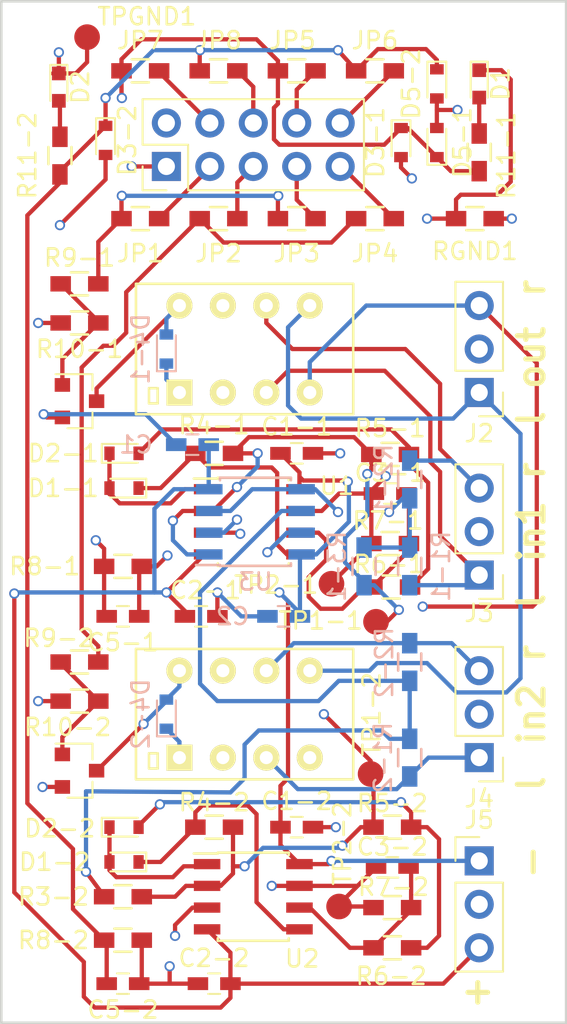
<source format=kicad_pcb>
(kicad_pcb (version 20171130) (host pcbnew "(5.0.0-rc2-dev-310-g1cd6477)")
  (layers (0 F.Cu signal) (1 Gndd mixed hide) (2 Gnd mixed hide) (31 B.Cu signal) (34 B.Paste user) (35 F.Paste user) (36 B.SilkS user) (37 F.SilkS user) (38 B.Mask user) (39 F.Mask user) (44 Edge.Cuts user))
  (net 0 "")
  (net 1 GND)
  (net 2 Out-Peak-2)
  (net 3 Out-Peak-1)
  (net 4 +5V)
  (net 5 "Net-(J1-Pad3)")
  (net 6 "Net-(J1-Pad4)")
  (net 7 "Net-(J1-Pad5)")
  (net 8 "Net-(J1-Pad6)")
  (net 9 "Net-(J1-Pad7)")
  (net 10 "Net-(J1-Pad8)")
  (net 11 "Net-(J1-Pad9)")
  (net 12 "Net-(J1-Pad10)")
  (net 13 Out-Right)
  (net 14 Out-Left)
  (net 15 In-Left-1)
  (net 16 In-Right-1)
  (net 17 In-Left-2)
  (net 18 In-Right-2)
  (net 19 Relay-1)
  (net 20 Relay-2)
  (net 21 "Net-(Q1-Pad1)")
  (net 22 "Net-(Q2-Pad1)")
  (net 23 GNDD)
  (net 24 U1+)
  (net 25 U1-)
  (net 26 "Net-(C3-1-Pad1)")
  (net 27 "Net-(C3-1-Pad2)")
  (net 28 "Net-(C3-2-Pad1)")
  (net 29 "Net-(C3-2-Pad2)")
  (net 30 "Net-(D1-1-Pad1)")
  (net 31 "Net-(D1-1-Pad2)")
  (net 32 "Net-(D1-2-Pad1)")
  (net 33 "Net-(D1-2-Pad2)")
  (net 34 "Net-(D2-1-Pad2)")
  (net 35 "Net-(D2-2-Pad2)")
  (net 36 "Net-(D4-1-Pad2)")
  (net 37 "Net-(D4-2-Pad2)")
  (net 38 "Net-(R1-1-Pad1)")
  (net 39 "Net-(R1-2-Pad1)")
  (net 40 "Net-(R3-1-Pad1)")
  (net 41 "Net-(R3-2-Pad1)")
  (net 42 "Net-(D1-Pad2)")
  (net 43 "Net-(D2-Pad2)")
  (net 44 "Net-(RL1-Pad2)")
  (net 45 "Net-(RL1-Pad7)")
  (net 46 "Net-(RL2-Pad2)")
  (net 47 "Net-(RL2-Pad7)")
  (module lci-kicad:Omron-G6K (layer F.Cu) (at 171.704 89.916)
    (fp_text reference RL2)
    (fp_text value Omron_G6K hide)
    (pad 5 thru_hole circle (at 3.81 -2.54) (size 1.524 1.524) (drill 0.762) (layers *.Cu *.Mask F.SilkS) (net 13 Out-Right))
    (pad 6 thru_hole circle (at 1.27 -2.54) (size 1.524 1.524) (drill 0.762) (layers *.Cu *.Mask F.SilkS) (net 18 In-Right-2))
    (pad 7 thru_hole circle (at -1.27 -2.54) (size 1.524 1.524) (drill 0.762) (layers *.Cu *.Mask F.SilkS) (net 47 "Net-(RL2-Pad7)"))
    (pad 8 thru_hole circle (at -3.81 -2.54) (size 1.524 1.524) (drill 0.762) (layers *.Cu *.Mask F.SilkS) (net 37 "Net-(D4-2-Pad2)"))
    (pad 4 thru_hole circle (at 3.81 2.54) (size 1.524 1.524) (drill 0.762) (layers *.Cu *.Mask F.SilkS) (net 14 Out-Left))
    (pad 3 thru_hole circle (at 1.27 2.54) (size 1.524 1.524) (drill 0.762) (layers *.Cu *.Mask F.SilkS) (net 17 In-Left-2))
    (pad 2 thru_hole circle (at -1.27 2.54) (size 1.524 1.524) (drill 0.762) (layers *.Cu *.Mask F.SilkS) (net 46 "Net-(RL2-Pad2)"))
    (pad 1 thru_hole rect (at -3.81 2.54) (size 1.524 1.524) (drill 0.762) (layers *.Cu *.Mask F.SilkS) (net 4 +5V))
  )
  (module lci-kicad:Omron-G6K (layer F.Cu) (at 171.704 68.58)
    (fp_text reference RL1)
    (fp_text value Omron_G6K hide)
    (pad 1 thru_hole rect (at -3.81 2.54) (size 1.524 1.524) (drill 0.762) (layers *.Cu *.Mask F.SilkS) (net 4 +5V))
    (pad 2 thru_hole circle (at -1.27 2.54) (size 1.524 1.524) (drill 0.762) (layers *.Cu *.Mask F.SilkS) (net 44 "Net-(RL1-Pad2)"))
    (pad 3 thru_hole circle (at 1.27 2.54) (size 1.524 1.524) (drill 0.762) (layers *.Cu *.Mask F.SilkS) (net 15 In-Left-1))
    (pad 4 thru_hole circle (at 3.81 2.54) (size 1.524 1.524) (drill 0.762) (layers *.Cu *.Mask F.SilkS) (net 14 Out-Left))
    (pad 8 thru_hole circle (at -3.81 -2.54) (size 1.524 1.524) (drill 0.762) (layers *.Cu *.Mask F.SilkS) (net 36 "Net-(D4-1-Pad2)"))
    (pad 7 thru_hole circle (at -1.27 -2.54) (size 1.524 1.524) (drill 0.762) (layers *.Cu *.Mask F.SilkS) (net 45 "Net-(RL1-Pad7)"))
    (pad 6 thru_hole circle (at 1.27 -2.54) (size 1.524 1.524) (drill 0.762) (layers *.Cu *.Mask F.SilkS) (net 16 In-Right-1))
    (pad 5 thru_hole circle (at 3.81 -2.54) (size 1.524 1.524) (drill 0.762) (layers *.Cu *.Mask F.SilkS) (net 13 Out-Right))
  )
  (module Resistors_SMD:R_0603_HandSoldering (layer F.Cu) (at 174.752 52.324 180)
    (fp_text reference JP5 (at 0.254 1.778 180) (layer F.SilkS))
    (fp_text value Peak-3 hide)
    (pad 1 smd rect (at -1.1 0 180) (size 1.2 0.9) (layers F.Cu F.Paste F.Mask) (net 10 "Net-(J1-Pad8)"))
    (pad 2 smd rect (at 1.1 0 180) (size 1.2 0.9) (layers F.Cu F.Paste F.Mask) (net 3 Out-Peak-1))
  )
  (module Capacitors_SMD:C_0603_HandSoldering (layer F.Cu) (at 174.752 74.676 180)
    (fp_text reference C1-1 (at 0 1.55956 180) (layer F.SilkS))
    (fp_text value 100nF hide)
    (pad 1 smd rect (at -0.95 0 180) (size 1.2 0.75) (layers F.Cu F.Paste F.Mask) (net 23 GNDD))
    (pad 2 smd rect (at 0.95 0 180) (size 1.2 0.75) (layers F.Cu F.Paste F.Mask) (net 24 U1+))
  )
  (module Capacitors_SMD:C_0603_HandSoldering (layer F.Cu) (at 169.164 84.201 180)
    (fp_text reference C2-1 (at -0.254 1.524 180) (layer F.SilkS))
    (fp_text value 100nF hide)
    (pad 1 smd rect (at -0.95 0 180) (size 1.2 0.75) (layers F.Cu F.Paste F.Mask) (net 23 GNDD))
    (pad 2 smd rect (at 0.95 0 180) (size 1.2 0.75) (layers F.Cu F.Paste F.Mask) (net 25 U1-))
  )
  (module Capacitors_SMD:C_0603_HandSoldering (layer F.Cu) (at 174.752 96.52 180)
    (fp_text reference C1-2 (at 0 1.524 180) (layer F.SilkS))
    (fp_text value 100nF hide)
    (pad 1 smd rect (at -0.95 0 180) (size 1.2 0.75) (layers F.Cu F.Paste F.Mask) (net 23 GNDD))
    (pad 2 smd rect (at 0.95 0 180) (size 1.2 0.75) (layers F.Cu F.Paste F.Mask) (net 24 U1+))
  )
  (module Capacitors_SMD:C_0603_HandSoldering (layer F.Cu) (at 169.926 105.664)
    (fp_text reference C2-2 (at -0.0127 -1.4986) (layer F.SilkS))
    (fp_text value 100nF hide)
    (pad 1 smd rect (at -0.95 0) (size 1.2 0.75) (layers F.Cu F.Paste F.Mask) (net 23 GNDD))
    (pad 2 smd rect (at 0.95 0) (size 1.2 0.75) (layers F.Cu F.Paste F.Mask) (net 25 U1-))
  )
  (module Capacitors_SMD:C_0603_HandSoldering (layer F.Cu) (at 180.34 98.8695)
    (fp_text reference C3-2 (at 0 -1.2065) (layer F.SilkS))
    (fp_text value 22pF hide)
    (pad 1 smd rect (at -0.95 0) (size 1.2 0.75) (layers F.Cu F.Paste F.Mask) (net 28 "Net-(C3-2-Pad1)"))
    (pad 2 smd rect (at 0.95 0) (size 1.2 0.75) (layers F.Cu F.Paste F.Mask) (net 29 "Net-(C3-2-Pad2)"))
  )
  (module Diodes_SMD:D_0603 (layer F.Cu) (at 164.6555 98.552 180)
    (fp_text reference D1-2 (at 4.064 0 180) (layer F.SilkS))
    (fp_text value D hide)
    (pad 1 smd rect (at -0.85 0 180) (size 0.6 0.8) (layers F.Cu F.Paste F.Mask) (net 32 "Net-(D1-2-Pad1)"))
    (pad 2 smd rect (at 0.85 0 180) (size 0.6 0.8) (layers F.Cu F.Paste F.Mask) (net 33 "Net-(D1-2-Pad2)"))
  )
  (module Diodes_SMD:D_0603 (layer F.Cu) (at 164.6555 96.52)
    (fp_text reference D2-2 (at -3.7592 0.0762) (layer F.SilkS))
    (fp_text value D hide)
    (pad 1 smd rect (at -0.85 0) (size 0.6 0.8) (layers F.Cu F.Paste F.Mask) (net 33 "Net-(D1-2-Pad2)"))
    (pad 2 smd rect (at 0.85 0) (size 0.6 0.8) (layers F.Cu F.Paste F.Mask) (net 35 "Net-(D2-2-Pad2)"))
  )
  (module Diodes_SMD:D_0603 (layer F.Cu) (at 164.6555 76.708 180)
    (fp_text reference D1-1 (at 3.556 0 180) (layer F.SilkS))
    (fp_text value D hide)
    (pad 1 smd rect (at -0.85 0 180) (size 0.6 0.8) (layers F.Cu F.Paste F.Mask) (net 30 "Net-(D1-1-Pad1)"))
    (pad 2 smd rect (at 0.85 0 180) (size 0.6 0.8) (layers F.Cu F.Paste F.Mask) (net 31 "Net-(D1-1-Pad2)"))
  )
  (module Diodes_SMD:D_0603 (layer F.Cu) (at 164.6555 74.676)
    (fp_text reference D2-1 (at -3.556 0) (layer F.SilkS))
    (fp_text value D hide)
    (pad 1 smd rect (at -0.85 0) (size 0.6 0.8) (layers F.Cu F.Paste F.Mask) (net 31 "Net-(D1-1-Pad2)"))
    (pad 2 smd rect (at 0.85 0) (size 0.6 0.8) (layers F.Cu F.Paste F.Mask) (net 34 "Net-(D2-1-Pad2)"))
  )
  (module Diodes_SMD:D_0603 (layer F.Cu) (at 163.576 56.388 270)
    (fp_text reference D3-2 (at 0 -1.27 270) (layer F.SilkS))
    (fp_text value D_Schottky hide)
    (pad 1 smd rect (at -0.85 0 270) (size 0.6 0.8) (layers F.Cu F.Paste F.Mask) (net 2 Out-Peak-2))
    (pad 2 smd rect (at 0.85 0 270) (size 0.6 0.8) (layers F.Cu F.Paste F.Mask) (net 28 "Net-(C3-2-Pad1)"))
  )
  (module Diodes_SMD:D_0603 (layer F.Cu) (at 180.848 56.515 270)
    (fp_text reference D3-1 (at 0 1.5 270) (layer F.SilkS))
    (fp_text value D_Schottky hide)
    (pad 1 smd rect (at -0.85 0 270) (size 0.6 0.8) (layers F.Cu F.Paste F.Mask) (net 3 Out-Peak-1))
    (pad 2 smd rect (at 0.85 0 270) (size 0.6 0.8) (layers F.Cu F.Paste F.Mask) (net 26 "Net-(C3-1-Pad1)"))
  )
  (module Diodes_SMD:D_0603 (layer B.Cu) (at 167.132 89.916 90)
    (fp_text reference D4-2 (at 0 -1.5 90) (layer B.SilkS) (effects (justify mirror)))
    (fp_text value D)
    (pad 1 smd rect (at -0.85 0 90) (size 0.6 0.8) (layers B.Cu B.Paste B.Mask) (net 4 +5V))
    (pad 2 smd rect (at 0.85 0 90) (size 0.6 0.8) (layers B.Cu B.Paste B.Mask) (net 37 "Net-(D4-2-Pad2)"))
  )
  (module Pin_Headers:Pin_Header_Straight_2x05_Pitch2.54mm (layer F.Cu) (at 167.132 57.912 90)
    (fp_text reference J1 hide)
    (fp_text value Conn_02x05_Odd_Even hide)
    (pad 1 thru_hole rect (at 0 0 90) (size 1.7 1.7) (drill 1) (layers *.Cu *.Mask) (net 23 GNDD))
    (pad 2 thru_hole oval (at 2.54 0 90) (size 1.7 1.7) (drill 1) (layers *.Cu *.Mask) (net 4 +5V))
    (pad 3 thru_hole oval (at 0 2.54 90) (size 1.7 1.7) (drill 1) (layers *.Cu *.Mask) (net 5 "Net-(J1-Pad3)"))
    (pad 4 thru_hole oval (at 2.54 2.54 90) (size 1.7 1.7) (drill 1) (layers *.Cu *.Mask) (net 6 "Net-(J1-Pad4)"))
    (pad 5 thru_hole oval (at 0 5.08 90) (size 1.7 1.7) (drill 1) (layers *.Cu *.Mask) (net 7 "Net-(J1-Pad5)"))
    (pad 6 thru_hole oval (at 2.54 5.08 90) (size 1.7 1.7) (drill 1) (layers *.Cu *.Mask) (net 8 "Net-(J1-Pad6)"))
    (pad 7 thru_hole oval (at 0 7.62 90) (size 1.7 1.7) (drill 1) (layers *.Cu *.Mask) (net 9 "Net-(J1-Pad7)"))
    (pad 8 thru_hole oval (at 2.54 7.62 90) (size 1.7 1.7) (drill 1) (layers *.Cu *.Mask) (net 10 "Net-(J1-Pad8)"))
    (pad 9 thru_hole oval (at 0 10.16 90) (size 1.7 1.7) (drill 1) (layers *.Cu *.Mask) (net 11 "Net-(J1-Pad9)"))
    (pad 10 thru_hole oval (at 2.54 10.16 90) (size 1.7 1.7) (drill 1) (layers *.Cu *.Mask) (net 12 "Net-(J1-Pad10)"))
  )
  (module Resistors_SMD:R_0603_HandSoldering (layer F.Cu) (at 165.608 60.96)
    (fp_text reference JP1 (at 0 2.032) (layer F.SilkS))
    (fp_text value Relay-1 hide)
    (pad 1 smd rect (at -1.1 0) (size 1.2 0.9) (layers F.Cu F.Paste F.Mask) (net 19 Relay-1))
    (pad 2 smd rect (at 1.1 0) (size 1.2 0.9) (layers F.Cu F.Paste F.Mask) (net 5 "Net-(J1-Pad3)"))
  )
  (module TO_SOT_Packages_SMD:SOT-23 (layer F.Cu) (at 162.052 93.218)
    (fp_text reference Q2 hide)
    (fp_text value BC847 hide)
    (pad 1 smd rect (at -1 -0.95) (size 0.9 0.8) (layers F.Cu F.Paste F.Mask) (net 22 "Net-(Q2-Pad1)"))
    (pad 2 smd rect (at -1 0.95) (size 0.9 0.8) (layers F.Cu F.Paste F.Mask) (net 23 GNDD))
    (pad 3 smd rect (at 1 0) (size 0.9 0.8) (layers F.Cu F.Paste F.Mask) (net 37 "Net-(D4-2-Pad2)"))
  )
  (module TO_SOT_Packages_SMD:SOT-23 (layer F.Cu) (at 162.052 71.628)
    (fp_text reference Q1 hide)
    (fp_text value BC847 hide)
    (pad 1 smd rect (at -1 -0.95) (size 0.9 0.8) (layers F.Cu F.Paste F.Mask) (net 21 "Net-(Q1-Pad1)"))
    (pad 2 smd rect (at -1 0.95) (size 0.9 0.8) (layers F.Cu F.Paste F.Mask) (net 23 GNDD))
    (pad 3 smd rect (at 1 0) (size 0.9 0.8) (layers F.Cu F.Paste F.Mask) (net 36 "Net-(D4-1-Pad2)"))
  )
  (module Resistors_SMD:R_0603_HandSoldering (layer B.Cu) (at 181.356 92.456 270)
    (fp_text reference R1-2 (at 0 1.5621 270) (layer B.SilkS) (effects (justify mirror)))
    (fp_text value 10k hide)
    (pad 1 smd rect (at -1.1 0 270) (size 1.2 0.9) (layers B.Cu B.Paste B.Mask) (net 39 "Net-(R1-2-Pad1)"))
    (pad 2 smd rect (at 1.1 0 270) (size 1.2 0.9) (layers B.Cu B.Paste B.Mask) (net 17 In-Left-2))
  )
  (module Resistors_SMD:R_0603_HandSoldering (layer B.Cu) (at 181.356 86.868 90)
    (fp_text reference R2-2 (at -0.0381 -1.4859 90) (layer B.SilkS) (effects (justify mirror)))
    (fp_text value 10k hide)
    (pad 1 smd rect (at -1.1 0 90) (size 1.2 0.9) (layers B.Cu B.Paste B.Mask) (net 39 "Net-(R1-2-Pad1)"))
    (pad 2 smd rect (at 1.1 0 90) (size 1.2 0.9) (layers B.Cu B.Paste B.Mask) (net 18 In-Right-2))
  )
  (module Resistors_SMD:R_0603_HandSoldering (layer B.Cu) (at 181.356 81.28 270)
    (fp_text reference R1-1 (at 0 -1.8415 270) (layer B.SilkS) (effects (justify mirror)))
    (fp_text value 10k hide)
    (pad 1 smd rect (at -1.1 0 270) (size 1.2 0.9) (layers B.Cu B.Paste B.Mask) (net 38 "Net-(R1-1-Pad1)"))
    (pad 2 smd rect (at 1.1 0 270) (size 1.2 0.9) (layers B.Cu B.Paste B.Mask) (net 15 In-Left-1))
  )
  (module Resistors_SMD:R_0603_HandSoldering (layer B.Cu) (at 181.356 76.2 90)
    (fp_text reference R2-1 (at 0 -1.524 90) (layer B.SilkS) (effects (justify mirror)))
    (fp_text value 10k hide)
    (pad 1 smd rect (at -1.1 0 90) (size 1.2 0.9) (layers B.Cu B.Paste B.Mask) (net 38 "Net-(R1-1-Pad1)"))
    (pad 2 smd rect (at 1.1 0 90) (size 1.2 0.9) (layers B.Cu B.Paste B.Mask) (net 16 In-Right-1))
  )
  (module Resistors_SMD:R_0603_HandSoldering (layer F.Cu) (at 164.592 100.584 180)
    (fp_text reference R3-2 (at 4.064 0 180) (layer F.SilkS))
    (fp_text value 10k hide)
    (pad 1 smd rect (at -1.1 0 180) (size 1.2 0.9) (layers F.Cu F.Paste F.Mask) (net 41 "Net-(R3-2-Pad1)"))
    (pad 2 smd rect (at 1.1 0 180) (size 1.2 0.9) (layers F.Cu F.Paste F.Mask) (net 39 "Net-(R1-2-Pad1)"))
  )
  (module Resistors_SMD:R_0603_HandSoldering (layer F.Cu) (at 169.926 96.52)
    (fp_text reference R4-2 (at 0 -1.4478) (layer F.SilkS))
    (fp_text value 10k hide)
    (pad 1 smd rect (at -1.1 0) (size 1.2 0.9) (layers F.Cu F.Paste F.Mask) (net 32 "Net-(D1-2-Pad1)"))
    (pad 2 smd rect (at 1.1 0) (size 1.2 0.9) (layers F.Cu F.Paste F.Mask) (net 41 "Net-(R3-2-Pad1)"))
  )
  (module Resistors_SMD:R_0603_HandSoldering (layer B.Cu) (at 178.689 81.28 90)
    (fp_text reference R3-1 (at 0 -1.5875 90) (layer B.SilkS) (effects (justify mirror)))
    (fp_text value 10k hide)
    (pad 1 smd rect (at -1.1 0 90) (size 1.2 0.9) (layers B.Cu B.Paste B.Mask) (net 40 "Net-(R3-1-Pad1)"))
    (pad 2 smd rect (at 1.1 0 90) (size 1.2 0.9) (layers B.Cu B.Paste B.Mask) (net 38 "Net-(R1-1-Pad1)"))
  )
  (module Resistors_SMD:R_0603_HandSoldering (layer F.Cu) (at 169.926 74.676)
    (fp_text reference R4-1 (at -0.01016 -1.63576) (layer F.SilkS))
    (fp_text value 10k hide)
    (pad 1 smd rect (at -1.1 0) (size 1.2 0.9) (layers F.Cu F.Paste F.Mask) (net 30 "Net-(D1-1-Pad1)"))
    (pad 2 smd rect (at 1.1 0) (size 1.2 0.9) (layers F.Cu F.Paste F.Mask) (net 40 "Net-(R3-1-Pad1)"))
  )
  (module Resistors_SMD:R_0603_HandSoldering (layer F.Cu) (at 180.34 96.52 180)
    (fp_text reference R5-2 (at 0 1.397 180) (layer F.SilkS))
    (fp_text value 10k hide)
    (pad 1 smd rect (at -1.1 0 180) (size 1.2 0.9) (layers F.Cu F.Paste F.Mask) (net 35 "Net-(D2-2-Pad2)"))
    (pad 2 smd rect (at 1.1 0 180) (size 1.2 0.9) (layers F.Cu F.Paste F.Mask) (net 41 "Net-(R3-2-Pad1)"))
  )
  (module Resistors_SMD:R_0603_HandSoldering (layer F.Cu) (at 180.213 74.7395 180)
    (fp_text reference R5-1 (at 0 1.524 180) (layer F.SilkS))
    (fp_text value 10k hide)
    (pad 1 smd rect (at -1.1 0 180) (size 1.2 0.9) (layers F.Cu F.Paste F.Mask) (net 34 "Net-(D2-1-Pad2)"))
    (pad 2 smd rect (at 1.1 0 180) (size 1.2 0.9) (layers F.Cu F.Paste F.Mask) (net 40 "Net-(R3-1-Pad1)"))
  )
  (module Resistors_SMD:R_0603_HandSoldering (layer F.Cu) (at 180.34 103.5685)
    (fp_text reference R6-2 (at -0.0635 1.651) (layer F.SilkS))
    (fp_text value 10k hide)
    (pad 1 smd rect (at -1.1 0) (size 1.2 0.9) (layers F.Cu F.Paste F.Mask) (net 29 "Net-(C3-2-Pad2)"))
    (pad 2 smd rect (at 1.1 0) (size 1.2 0.9) (layers F.Cu F.Paste F.Mask) (net 35 "Net-(D2-2-Pad2)"))
  )
  (module Resistors_SMD:R_0603_HandSoldering (layer F.Cu) (at 180.2765 82.4865)
    (fp_text reference R6-1 (at -0.127 -1.3335) (layer F.SilkS))
    (fp_text value 10k hide)
    (pad 1 smd rect (at -1.1 0) (size 1.2 0.9) (layers F.Cu F.Paste F.Mask) (net 27 "Net-(C3-1-Pad2)"))
    (pad 2 smd rect (at 1.1 0) (size 1.2 0.9) (layers F.Cu F.Paste F.Mask) (net 34 "Net-(D2-1-Pad2)"))
  )
  (module Resistors_SMD:R_0603_HandSoldering (layer F.Cu) (at 180.34 101.219)
    (fp_text reference R7-2 (at 0.0635 -1.2065) (layer F.SilkS))
    (fp_text value 10k hide)
    (pad 1 smd rect (at -1.1 0) (size 1.2 0.9) (layers F.Cu F.Paste F.Mask) (net 28 "Net-(C3-2-Pad1)"))
    (pad 2 smd rect (at 1.1 0) (size 1.2 0.9) (layers F.Cu F.Paste F.Mask) (net 29 "Net-(C3-2-Pad2)"))
  )
  (module Resistors_SMD:R_0603_HandSoldering (layer F.Cu) (at 180.213 79.9465)
    (fp_text reference R7-1 (at -0.127 -1.3335) (layer F.SilkS))
    (fp_text value 10k hide)
    (pad 1 smd rect (at -1.1 0) (size 1.2 0.9) (layers F.Cu F.Paste F.Mask) (net 26 "Net-(C3-1-Pad1)"))
    (pad 2 smd rect (at 1.1 0) (size 1.2 0.9) (layers F.Cu F.Paste F.Mask) (net 27 "Net-(C3-1-Pad2)"))
  )
  (module Resistors_SMD:R_0603_HandSoldering (layer F.Cu) (at 164.592 103.124 180)
    (fp_text reference R8-2 (at 4.064 0 180) (layer F.SilkS))
    (fp_text value 1k hide)
    (pad 1 smd rect (at -1.1 0 180) (size 1.2 0.9) (layers F.Cu F.Paste F.Mask) (net 23 GNDD))
    (pad 2 smd rect (at 1.1 0 180) (size 1.2 0.9) (layers F.Cu F.Paste F.Mask) (net 2 Out-Peak-2))
  )
  (module Resistors_SMD:R_0603_HandSoldering (layer F.Cu) (at 164.592 81.28)
    (fp_text reference R8-1 (at -4.572 0) (layer F.SilkS))
    (fp_text value 1k hide)
    (pad 1 smd rect (at -1.1 0) (size 1.2 0.9) (layers F.Cu F.Paste F.Mask) (net 23 GNDD))
    (pad 2 smd rect (at 1.1 0) (size 1.2 0.9) (layers F.Cu F.Paste F.Mask) (net 3 Out-Peak-1))
  )
  (module Resistors_SMD:R_0603_HandSoldering (layer F.Cu) (at 162.052 86.868)
    (fp_text reference R9-2 (at -1.2065 -1.397) (layer F.SilkS))
    (fp_text value 1k hide)
    (pad 1 smd rect (at -1.1 0) (size 1.2 0.9) (layers F.Cu F.Paste F.Mask) (net 22 "Net-(Q2-Pad1)"))
    (pad 2 smd rect (at 1.1 0) (size 1.2 0.9) (layers F.Cu F.Paste F.Mask) (net 20 Relay-2))
  )
  (module Resistors_SMD:R_0603_HandSoldering (layer F.Cu) (at 162.052 64.77)
    (fp_text reference R9-1 (at 0 -1.524) (layer F.SilkS))
    (fp_text value 1k hide)
    (pad 1 smd rect (at -1.1 0) (size 1.2 0.9) (layers F.Cu F.Paste F.Mask) (net 21 "Net-(Q1-Pad1)"))
    (pad 2 smd rect (at 1.1 0) (size 1.2 0.9) (layers F.Cu F.Paste F.Mask) (net 19 Relay-1))
  )
  (module Diodes_SMD:D_0603 (layer B.Cu) (at 167.132 68.58 90)
    (fp_text reference D4-1 (at 0 -1.5 90) (layer B.SilkS) (effects (justify mirror)))
    (fp_text value D)
    (pad 1 smd rect (at -0.85 0 90) (size 0.6 0.8) (layers B.Cu B.Paste B.Mask) (net 4 +5V))
    (pad 2 smd rect (at 0.85 0 90) (size 0.6 0.8) (layers B.Cu B.Paste B.Mask) (net 36 "Net-(D4-1-Pad2)"))
  )
  (module Pin_Headers:Pin_Header_Straight_1x03_Pitch2.54mm (layer F.Cu) (at 185.42 98.4885)
    (fp_text reference J5 (at 0 -2.39) (layer F.SilkS))
    (fp_text value CONN_01X03 hide)
    (pad 1 thru_hole rect (at 0 0) (size 1.7 1.7) (drill 1) (layers *.Cu *.Mask) (net 24 U1+))
    (pad 2 thru_hole oval (at 0 2.54) (size 1.7 1.7) (drill 1) (layers *.Cu *.Mask) (net 23 GNDD))
    (pad 3 thru_hole oval (at 0 5.08) (size 1.7 1.7) (drill 1) (layers *.Cu *.Mask) (net 25 U1-))
  )
  (module Resistors_SMD:R_0603_HandSoldering (layer F.Cu) (at 170.18 60.96)
    (fp_text reference JP2 (at 0 2.032) (layer F.SilkS))
    (fp_text value Relay-2 hide)
    (pad 1 smd rect (at -1.1 0) (size 1.2 0.9) (layers F.Cu F.Paste F.Mask) (net 20 Relay-2))
    (pad 2 smd rect (at 1.1 0) (size 1.2 0.9) (layers F.Cu F.Paste F.Mask) (net 7 "Net-(J1-Pad5)"))
  )
  (module Resistors_SMD:R_0603_HandSoldering (layer F.Cu) (at 174.752 60.96)
    (fp_text reference JP3 (at 0 2.032) (layer F.SilkS))
    (fp_text value Relay-3 hide)
    (pad 1 smd rect (at -1.1 0) (size 1.2 0.9) (layers F.Cu F.Paste F.Mask) (net 19 Relay-1))
    (pad 2 smd rect (at 1.1 0) (size 1.2 0.9) (layers F.Cu F.Paste F.Mask) (net 9 "Net-(J1-Pad7)"))
  )
  (module Resistors_SMD:R_0603_HandSoldering (layer F.Cu) (at 179.324 60.96)
    (fp_text reference JP4 (at 0 2.032) (layer F.SilkS))
    (fp_text value Relay-4 hide)
    (pad 1 smd rect (at -1.1 0) (size 1.2 0.9) (layers F.Cu F.Paste F.Mask) (net 20 Relay-2))
    (pad 2 smd rect (at 1.1 0) (size 1.2 0.9) (layers F.Cu F.Paste F.Mask) (net 11 "Net-(J1-Pad9)"))
  )
  (module Resistors_SMD:R_0603_HandSoldering (layer F.Cu) (at 179.324 52.324 180)
    (fp_text reference JP6 (at 0 1.778 180) (layer F.SilkS))
    (fp_text value Peak-4 hide)
    (pad 1 smd rect (at -1.1 0 180) (size 1.2 0.9) (layers F.Cu F.Paste F.Mask) (net 12 "Net-(J1-Pad10)"))
    (pad 2 smd rect (at 1.1 0 180) (size 1.2 0.9) (layers F.Cu F.Paste F.Mask) (net 2 Out-Peak-2))
  )
  (module Resistors_SMD:R_0603_HandSoldering (layer F.Cu) (at 165.608 52.324 180)
    (fp_text reference JP7 (at 0 1.778 180) (layer F.SilkS))
    (fp_text value Peak-1 hide)
    (pad 1 smd rect (at -1.1 0 180) (size 1.2 0.9) (layers F.Cu F.Paste F.Mask) (net 6 "Net-(J1-Pad4)"))
    (pad 2 smd rect (at 1.1 0 180) (size 1.2 0.9) (layers F.Cu F.Paste F.Mask) (net 3 Out-Peak-1))
  )
  (module Resistors_SMD:R_0603_HandSoldering (layer F.Cu) (at 170.18 52.324 180)
    (fp_text reference JP8 (at 0 1.778 180) (layer F.SilkS))
    (fp_text value Peak-2 hide)
    (pad 1 smd rect (at -1.1 0 180) (size 1.2 0.9) (layers F.Cu F.Paste F.Mask) (net 8 "Net-(J1-Pad6)"))
    (pad 2 smd rect (at 1.1 0 180) (size 1.2 0.9) (layers F.Cu F.Paste F.Mask) (net 2 Out-Peak-2))
  )
  (module Pin_Headers:Pin_Header_Straight_1x03_Pitch2.54mm (layer F.Cu) (at 185.42 71.12 180)
    (fp_text reference J2 (at 0 -2.39 180) (layer F.SilkS))
    (fp_text value CONN_01X03 hide)
    (pad 1 thru_hole rect (at 0 0 180) (size 1.7 1.7) (drill 1) (layers *.Cu *.Mask) (net 13 Out-Right))
    (pad 2 thru_hole oval (at 0 2.54 180) (size 1.7 1.7) (drill 1) (layers *.Cu *.Mask) (net 1 GND))
    (pad 3 thru_hole oval (at 0 5.08 180) (size 1.7 1.7) (drill 1) (layers *.Cu *.Mask) (net 14 Out-Left))
  )
  (module Pin_Headers:Pin_Header_Straight_1x03_Pitch2.54mm (layer F.Cu) (at 185.42 81.788 180)
    (fp_text reference J3 (at 0 -2.2225 180) (layer F.SilkS))
    (fp_text value CONN_01X03 hide)
    (pad 1 thru_hole rect (at 0 0 180) (size 1.7 1.7) (drill 1) (layers *.Cu *.Mask) (net 15 In-Left-1))
    (pad 2 thru_hole oval (at 0 2.54 180) (size 1.7 1.7) (drill 1) (layers *.Cu *.Mask) (net 1 GND))
    (pad 3 thru_hole oval (at 0 5.08 180) (size 1.7 1.7) (drill 1) (layers *.Cu *.Mask) (net 16 In-Right-1))
  )
  (module Pin_Headers:Pin_Header_Straight_1x03_Pitch2.54mm (layer F.Cu) (at 185.42 92.456 180)
    (fp_text reference J4 (at 0 -2.39 180) (layer F.SilkS))
    (fp_text value CONN_01X03 hide)
    (pad 1 thru_hole rect (at 0 0 180) (size 1.7 1.7) (drill 1) (layers *.Cu *.Mask) (net 17 In-Left-2))
    (pad 2 thru_hole oval (at 0 2.54 180) (size 1.7 1.7) (drill 1) (layers *.Cu *.Mask) (net 1 GND))
    (pad 3 thru_hole oval (at 0 5.08 180) (size 1.7 1.7) (drill 1) (layers *.Cu *.Mask) (net 18 In-Right-2))
  )
  (module Housings_SOIC:SOIC-8_3.9x4.9mm_Pitch1.27mm (layer B.Cu) (at 172.339 78.6765)
    (fp_text reference U3 (at 0 3.5) (layer B.SilkS) (effects (justify mirror)))
    (fp_text value LM358 hide)
    (pad 1 smd rect (at -2.7 1.905) (size 1.55 0.6) (layers B.Cu B.Paste B.Mask) (net 40 "Net-(R3-1-Pad1)"))
    (pad 2 smd rect (at -2.7 0.635) (size 1.55 0.6) (layers B.Cu B.Paste B.Mask) (net 38 "Net-(R1-1-Pad1)"))
    (pad 3 smd rect (at -2.7 -0.635) (size 1.55 0.6) (layers B.Cu B.Paste B.Mask) (net 1 GND))
    (pad 4 smd rect (at -2.7 -1.905) (size 1.55 0.6) (layers B.Cu B.Paste B.Mask) (net 25 U1-))
    (pad 5 smd rect (at 2.7 -1.905) (size 1.55 0.6) (layers B.Cu B.Paste B.Mask) (net 1 GND))
    (pad 6 smd rect (at 2.7 -0.635) (size 1.55 0.6) (layers B.Cu B.Paste B.Mask) (net 39 "Net-(R1-2-Pad1)"))
    (pad 7 smd rect (at 2.7 0.635) (size 1.55 0.6) (layers B.Cu B.Paste B.Mask) (net 41 "Net-(R3-2-Pad1)"))
    (pad 8 smd rect (at 2.7 1.905) (size 1.55 0.6) (layers B.Cu B.Paste B.Mask) (net 24 U1+))
  )
  (module Housings_SOIC:SOIC-8_3.9x4.9mm_Pitch1.27mm (layer F.Cu) (at 172.212 78.6765)
    (fp_text reference U1 (at 4.8895 -2.0955) (layer F.SilkS))
    (fp_text value LM358 hide)
    (pad 1 smd rect (at -2.7 -1.905) (size 1.55 0.6) (layers F.Cu F.Paste F.Mask) (net 31 "Net-(D1-1-Pad2)"))
    (pad 2 smd rect (at -2.7 -0.635) (size 1.55 0.6) (layers F.Cu F.Paste F.Mask) (net 40 "Net-(R3-1-Pad1)"))
    (pad 3 smd rect (at -2.7 0.635) (size 1.55 0.6) (layers F.Cu F.Paste F.Mask) (net 1 GND))
    (pad 4 smd rect (at -2.7 1.905) (size 1.55 0.6) (layers F.Cu F.Paste F.Mask) (net 25 U1-))
    (pad 5 smd rect (at 2.7 1.905) (size 1.55 0.6) (layers F.Cu F.Paste F.Mask) (net 30 "Net-(D1-1-Pad1)"))
    (pad 6 smd rect (at 2.7 0.635) (size 1.55 0.6) (layers F.Cu F.Paste F.Mask) (net 27 "Net-(C3-1-Pad2)"))
    (pad 7 smd rect (at 2.7 -0.635) (size 1.55 0.6) (layers F.Cu F.Paste F.Mask) (net 26 "Net-(C3-1-Pad1)"))
    (pad 8 smd rect (at 2.7 -1.905) (size 1.55 0.6) (layers F.Cu F.Paste F.Mask) (net 24 U1+))
  )
  (module Housings_SOIC:SOIC-8_3.9x4.9mm_Pitch1.27mm (layer F.Cu) (at 172.212 100.584)
    (fp_text reference U2 (at 2.8575 3.6195) (layer F.SilkS))
    (fp_text value LM358 hide)
    (pad 1 smd rect (at -2.7 -1.905) (size 1.55 0.6) (layers F.Cu F.Paste F.Mask) (net 33 "Net-(D1-2-Pad2)"))
    (pad 2 smd rect (at -2.7 -0.635) (size 1.55 0.6) (layers F.Cu F.Paste F.Mask) (net 41 "Net-(R3-2-Pad1)"))
    (pad 3 smd rect (at -2.7 0.635) (size 1.55 0.6) (layers F.Cu F.Paste F.Mask) (net 1 GND))
    (pad 4 smd rect (at -2.7 1.905) (size 1.55 0.6) (layers F.Cu F.Paste F.Mask) (net 25 U1-))
    (pad 5 smd rect (at 2.7 1.905) (size 1.55 0.6) (layers F.Cu F.Paste F.Mask) (net 32 "Net-(D1-2-Pad1)"))
    (pad 6 smd rect (at 2.7 0.635) (size 1.55 0.6) (layers F.Cu F.Paste F.Mask) (net 29 "Net-(C3-2-Pad2)"))
    (pad 7 smd rect (at 2.7 -0.635) (size 1.55 0.6) (layers F.Cu F.Paste F.Mask) (net 28 "Net-(C3-2-Pad1)"))
    (pad 8 smd rect (at 2.7 -1.905) (size 1.55 0.6) (layers F.Cu F.Paste F.Mask) (net 24 U1+))
  )
  (module Capacitors_SMD:C_0603_HandSoldering (layer B.Cu) (at 168.656 74.168)
    (fp_text reference C1 (at -3.302 0) (layer B.SilkS) (effects (justify mirror)))
    (fp_text value 100nF hide)
    (pad 1 smd rect (at -0.95 0) (size 1.2 0.75) (layers B.Cu B.Paste B.Mask) (net 23 GNDD))
    (pad 2 smd rect (at 0.95 0) (size 1.2 0.75) (layers B.Cu B.Paste B.Mask) (net 25 U1-))
  )
  (module Capacitors_SMD:C_0603_HandSoldering (layer B.Cu) (at 173.99 84.201)
    (fp_text reference C2 (at -2.9845 0) (layer B.SilkS) (effects (justify mirror)))
    (fp_text value 100nF hide)
    (pad 1 smd rect (at -0.95 0) (size 1.2 0.75) (layers B.Cu B.Paste B.Mask) (net 23 GNDD))
    (pad 2 smd rect (at 0.95 0) (size 1.2 0.75) (layers B.Cu B.Paste B.Mask) (net 24 U1+))
  )
  (module Capacitors_SMD:C_0603_HandSoldering (layer F.Cu) (at 164.592 84.201)
    (fp_text reference C5-1 (at 0 1.524) (layer F.SilkS))
    (fp_text value 1uF hide)
    (pad 1 smd rect (at -0.95 0) (size 1.2 0.75) (layers F.Cu F.Paste F.Mask) (net 23 GNDD))
    (pad 2 smd rect (at 0.95 0) (size 1.2 0.75) (layers F.Cu F.Paste F.Mask) (net 3 Out-Peak-1))
  )
  (module Capacitors_SMD:C_0603_HandSoldering (layer F.Cu) (at 164.592 105.664 180)
    (fp_text reference C5-2 (at 0 -1.524 180) (layer F.SilkS))
    (fp_text value 1uF hide)
    (pad 1 smd rect (at -0.95 0 180) (size 1.2 0.75) (layers F.Cu F.Paste F.Mask) (net 23 GNDD))
    (pad 2 smd rect (at 0.95 0 180) (size 1.2 0.75) (layers F.Cu F.Paste F.Mask) (net 2 Out-Peak-2))
  )
  (module Resistors_SMD:R_0603_HandSoldering (layer F.Cu) (at 162.052 67.056)
    (fp_text reference R10-1 (at 0 1.524) (layer F.SilkS))
    (fp_text value 1k hide)
    (pad 1 smd rect (at -1.1 0) (size 1.2 0.9) (layers F.Cu F.Paste F.Mask) (net 23 GNDD))
    (pad 2 smd rect (at 1.1 0) (size 1.2 0.9) (layers F.Cu F.Paste F.Mask) (net 21 "Net-(Q1-Pad1)"))
  )
  (module Resistors_SMD:R_0603_HandSoldering (layer F.Cu) (at 162.052 89.154)
    (fp_text reference R10-2 (at -0.6985 1.524) (layer F.SilkS))
    (fp_text value 1k hide)
    (pad 1 smd rect (at -1.1 0) (size 1.2 0.9) (layers F.Cu F.Paste F.Mask) (net 23 GNDD))
    (pad 2 smd rect (at 1.1 0) (size 1.2 0.9) (layers F.Cu F.Paste F.Mask) (net 22 "Net-(Q2-Pad1)"))
  )
  (module Capacitors_SMD:C_0603_HandSoldering (layer F.Cu) (at 180.213 77.0255)
    (fp_text reference C3-1 (at 0 -1.2065) (layer F.SilkS))
    (fp_text value 22pF hide)
    (pad 1 smd rect (at -0.95 0) (size 1.2 0.75) (layers F.Cu F.Paste F.Mask) (net 26 "Net-(C3-1-Pad1)"))
    (pad 2 smd rect (at 0.95 0) (size 1.2 0.75) (layers F.Cu F.Paste F.Mask) (net 27 "Net-(C3-1-Pad2)"))
  )
  (module LEDs:LED_0603 (layer F.Cu) (at 160.8455 53.2765 270)
    (fp_text reference D2 (at 0 -1.25 270) (layer F.SilkS))
    (fp_text value LED_Small hide)
    (pad 2 smd rect (at 0.8 0 90) (size 0.8 0.8) (layers F.Cu F.Paste F.Mask) (net 43 "Net-(D2-Pad2)"))
    (pad 1 smd rect (at -0.8 0 90) (size 0.8 0.8) (layers F.Cu F.Paste F.Mask) (net 23 GNDD))
  )
  (module Resistors_SMD:R_0603_HandSoldering (layer F.Cu) (at 185.42 57.0865 90)
    (fp_text reference R11-1 (at -0.1905 1.5875 90) (layer F.SilkS))
    (fp_text value 1k hide)
    (pad 1 smd rect (at -1.1 0 90) (size 1.2 0.9) (layers F.Cu F.Paste F.Mask) (net 3 Out-Peak-1))
    (pad 2 smd rect (at 1.1 0 90) (size 1.2 0.9) (layers F.Cu F.Paste F.Mask) (net 42 "Net-(D1-Pad2)"))
  )
  (module Resistors_SMD:R_0603_HandSoldering (layer F.Cu) (at 160.909 57.277 90)
    (fp_text reference R11-2 (at 0 -1.9 90) (layer F.SilkS))
    (fp_text value 1k hide)
    (pad 1 smd rect (at -1.1 0 90) (size 1.2 0.9) (layers F.Cu F.Paste F.Mask) (net 2 Out-Peak-2))
    (pad 2 smd rect (at 1.1 0 90) (size 1.2 0.9) (layers F.Cu F.Paste F.Mask) (net 43 "Net-(D2-Pad2)"))
  )
  (module Resistors_SMD:R_0603_HandSoldering (layer F.Cu) (at 185.166 60.96 180)
    (fp_text reference RGND1 (at 0 -1.9 180) (layer F.SilkS))
    (fp_text value 0 hide)
    (pad 1 smd rect (at -1.1 0 180) (size 1.2 0.9) (layers F.Cu F.Paste F.Mask) (net 1 GND))
    (pad 2 smd rect (at 1.1 0 180) (size 1.2 0.9) (layers F.Cu F.Paste F.Mask) (net 23 GNDD))
  )
  (module LEDs:LED_0603 (layer F.Cu) (at 185.42 53.086 270)
    (fp_text reference D1 (at 0 -1.25 270) (layer F.SilkS))
    (fp_text value LED_Small hide)
    (pad 2 smd rect (at 0.8 0 90) (size 0.8 0.8) (layers F.Cu F.Paste F.Mask) (net 42 "Net-(D1-Pad2)"))
    (pad 1 smd rect (at -0.8 0 90) (size 0.8 0.8) (layers F.Cu F.Paste F.Mask) (net 23 GNDD))
  )
  (module Diodes_SMD:D_0603 (layer F.Cu) (at 182.9435 56.515 90)
    (fp_text reference D5-1 (at 0 1.5 90) (layer F.SilkS))
    (fp_text value 5v)
    (pad 1 smd rect (at -0.85 0 90) (size 0.6 0.8) (layers F.Cu F.Paste F.Mask) (net 3 Out-Peak-1))
    (pad 2 smd rect (at 0.85 0 90) (size 0.6 0.8) (layers F.Cu F.Paste F.Mask) (net 23 GNDD))
  )
  (module Diodes_SMD:D_0603 (layer F.Cu) (at 182.9435 53.086 270)
    (fp_text reference D5-2 (at 0 1.5 270) (layer F.SilkS))
    (fp_text value 5v)
    (pad 1 smd rect (at -0.85 0 270) (size 0.6 0.8) (layers F.Cu F.Paste F.Mask) (net 2 Out-Peak-2))
    (pad 2 smd rect (at 0.85 0 270) (size 0.6 0.8) (layers F.Cu F.Paste F.Mask) (net 23 GNDD))
  )
  (module Measurement_Points:Measurement_Point_Round-SMD-Pad_Small (layer F.Cu) (at 179.3875 84.5185)
    (fp_text reference TP1-1 (at -3.2385 -0.0635) (layer F.SilkS))
    (fp_text value TEST hide)
    (pad 1 smd circle (at 0 0) (size 1.5 1.5) (layers F.Cu F.Mask) (net 40 "Net-(R3-1-Pad1)"))
  )
  (module Measurement_Points:Measurement_Point_Round-SMD-Pad_Small (layer F.Cu) (at 179.07 93.4085)
    (fp_text reference TP1-2 (at 0.0635 -3.4925 90) (layer F.SilkS))
    (fp_text value TEST hide)
    (pad 1 smd circle (at 0 0) (size 1.5 1.5) (layers F.Cu F.Mask) (net 41 "Net-(R3-2-Pad1)"))
  )
  (module Measurement_Points:Measurement_Point_Round-SMD-Pad_Small (layer F.Cu) (at 176.784 82.296)
    (fp_text reference TP2-1 (at -3.2385 0.0635) (layer F.SilkS))
    (fp_text value TEST hide)
    (pad 1 smd circle (at 0 0) (size 1.5 1.5) (layers F.Cu F.Mask) (net 26 "Net-(C3-1-Pad1)"))
  )
  (module Measurement_Points:Measurement_Point_Round-SMD-Pad_Small (layer F.Cu) (at 177.2285 101.1555)
    (fp_text reference TP2-2 (at 0.1905 -3.683 90) (layer F.SilkS))
    (fp_text value TEST hide)
    (pad 1 smd circle (at 0 0) (size 1.5 1.5) (layers F.Cu F.Mask) (net 28 "Net-(C3-2-Pad1)"))
  )
  (module Measurement_Points:Measurement_Point_Round-SMD-Pad_Small (layer F.Cu) (at 162.4965 50.3555)
    (fp_text reference TPGND1 (at 3.4925 -1.2065) (layer F.SilkS))
    (fp_text value TEST hide)
    (pad 1 smd circle (at 0 0) (size 1.5 1.5) (layers F.Cu F.Mask) (net 23 GNDD))
  )
  (gr_line (start 157.48 107.95) (end 157.48 48.26) (angle 90) (layer Edge.Cuts) (width 0.15))
  (gr_line (start 190.5 107.95) (end 157.48 107.95) (angle 90) (layer Edge.Cuts) (width 0.15))
  (gr_line (start 190.5 48.26) (end 190.5 107.95) (angle 90) (layer Edge.Cuts) (width 0.15))
  (gr_line (start 157.48 48.26) (end 190.5 48.26) (angle 90) (layer Edge.Cuts) (width 0.15))
  (gr_text r (at 188.468 65.024 90) (layer F.SilkS) (effects (font (size 1.5 1.5) (thickness 0.3))))
  (gr_text l (at 188.468 72.644 90) (layer F.SilkS) (effects (font (size 1.5 1.5) (thickness 0.3))))
  (gr_text out (at 188.468 69.088 90) (layer F.SilkS) (effects (font (size 1.5 1.5) (thickness 0.3))))
  (gr_text l (at 188.468 83.312 90) (layer F.SilkS) (effects (font (size 1.5 1.5) (thickness 0.3))))
  (gr_text r (at 188.468 75.692 90) (layer F.SilkS) (effects (font (size 1.5 1.5) (thickness 0.3))))
  (gr_text in2 (at 188.468 89.916 90) (layer F.SilkS) (effects (font (size 1.5 1.5) (thickness 0.3))))
  (gr_text in1 (at 188.468 79.248 90) (layer F.SilkS) (effects (font (size 1.5 1.5) (thickness 0.3))))
  (gr_text r (at 188.468 86.36 90) (layer F.SilkS) (effects (font (size 1.5 1.5) (thickness 0.3))))
  (gr_text l (at 188.468 93.98 90) (layer F.SilkS) (effects (font (size 1.5 1.5) (thickness 0.3))))
  (gr_text + (at 185.2295 106.172 90) (layer F.SilkS) (effects (font (size 1.5 1.5) (thickness 0.3))))
  (gr_text - (at 188.468 98.552 90) (layer F.SilkS) (effects (font (size 1.5 1.5) (thickness 0.3))))
  (segment (start 169.512 79.3115) (end 171.3865 79.3115) (width 0.25) (layer F.Cu) (net 1))
  (segment (start 171.3865 79.3115) (end 171.45 79.375) (width 0.25) (layer F.Cu) (net 1))
  (via (at 171.45 79.375) (size 0.6) (drill 0.4) (layers F.Cu B.Cu) (net 1))
  (segment (start 175.039 76.7715) (end 172.1485 76.7715) (width 0.25) (layer B.Cu) (net 1))
  (segment (start 170.8785 78.0415) (end 169.639 78.0415) (width 0.25) (layer B.Cu) (net 1))
  (segment (start 172.1485 76.7715) (end 170.8785 78.0415) (width 0.25) (layer B.Cu) (net 1))
  (segment (start 175.039 76.7715) (end 175.8315 76.7715) (width 0.25) (layer B.Cu) (net 1))
  (segment (start 175.8315 76.7715) (end 177.165 78.105) (width 0.25) (layer B.Cu) (net 1))
  (via (at 177.165 78.105) (size 0.6) (drill 0.4) (layers F.Cu B.Cu) (net 1))
  (segment (start 167.64 102.87) (end 167.64 102.235) (width 0.25) (layer F.Cu) (net 1))
  (segment (start 168.656 101.219) (end 169.512 101.219) (width 0.25) (layer F.Cu) (net 1))
  (segment (start 167.64 102.235) (end 168.656 101.219) (width 0.25) (layer F.Cu) (net 1))
  (segment (start 186.266 60.96) (end 187.325 60.96) (width 0.25) (layer F.Cu) (net 1))
  (via (at 187.325 60.96) (size 0.6) (drill 0.4) (layers F.Cu B.Cu) (net 1))
  (via (at 167.64 102.87) (size 0.6) (drill 0.4) (layers F.Cu B.Cu) (net 1))
  (segment (start 178.224 52.324) (end 178.2445 52.324) (width 0.25) (layer F.Cu) (net 2))
  (segment (start 178.2445 52.324) (end 177.165 51.1175) (width 0.25) (layer F.Cu) (net 2))
  (segment (start 177.165 51.1175) (end 169.1005 51.1175) (width 0.25) (layer B.Cu) (net 2))
  (via (at 177.165 51.1175) (size 0.6) (drill 0.4) (layers F.Cu B.Cu) (net 2))
  (segment (start 163.576 55.538) (end 163.576 53.9115) (width 0.25) (layer F.Cu) (net 2))
  (segment (start 169.08 51.138) (end 169.08 52.324) (width 0.25) (layer F.Cu) (net 2))
  (segment (start 169.1005 51.1175) (end 169.08 51.138) (width 0.25) (layer F.Cu) (net 2))
  (via (at 169.1005 51.1175) (size 0.6) (drill 0.4) (layers F.Cu B.Cu) (net 2))
  (segment (start 166.37 51.1175) (end 169.1005 51.1175) (width 0.25) (layer B.Cu) (net 2))
  (segment (start 163.576 53.9115) (end 166.37 51.1175) (width 0.25) (layer B.Cu) (net 2))
  (via (at 163.576 53.9115) (size 0.6) (drill 0.4) (layers F.Cu B.Cu) (net 2))
  (segment (start 160.909 58.377) (end 160.909 58.8645) (width 0.25) (layer F.Cu) (net 2))
  (segment (start 160.909 58.8645) (end 159.004 60.7695) (width 0.25) (layer F.Cu) (net 2))
  (segment (start 161.671 101.303) (end 163.492 103.124) (width 0.25) (layer F.Cu) (net 2))
  (segment (start 161.671 97.79) (end 161.671 101.303) (width 0.25) (layer F.Cu) (net 2))
  (segment (start 159.004 95.123) (end 161.671 97.79) (width 0.25) (layer F.Cu) (net 2))
  (segment (start 159.004 60.7695) (end 159.004 95.123) (width 0.25) (layer F.Cu) (net 2))
  (segment (start 182.9435 52.236) (end 182.9435 51.689) (width 0.25) (layer F.Cu) (net 2))
  (segment (start 179.494 51.054) (end 178.224 52.324) (width 0.25) (layer F.Cu) (net 2))
  (segment (start 182.3085 51.054) (end 179.494 51.054) (width 0.25) (layer F.Cu) (net 2))
  (segment (start 182.9435 51.689) (end 182.3085 51.054) (width 0.25) (layer F.Cu) (net 2))
  (segment (start 163.642 105.664) (end 163.642 103.274) (width 0.25) (layer F.Cu) (net 2))
  (segment (start 163.642 103.274) (end 163.492 103.124) (width 0.25) (layer F.Cu) (net 2))
  (segment (start 160.909 58.377) (end 160.909 58.205) (width 0.25) (layer F.Cu) (net 2))
  (segment (start 160.909 58.205) (end 163.576 55.538) (width 0.25) (layer F.Cu) (net 2))
  (segment (start 165.692 81.28) (end 166.5605 81.28) (width 0.25) (layer F.Cu) (net 3))
  (segment (start 164.508 53.891) (end 164.508 52.324) (width 0.25) (layer F.Cu) (net 3))
  (segment (start 164.5285 53.9115) (end 164.508 53.891) (width 0.25) (layer F.Cu) (net 3))
  (via (at 164.5285 53.9115) (size 0.6) (drill 0.4) (layers F.Cu B.Cu) (net 3))
  (via (at 167.1955 80.645) (size 0.6) (drill 0.4) (layers F.Cu B.Cu) (net 3))
  (segment (start 166.5605 81.28) (end 167.1955 80.645) (width 0.25) (layer F.Cu) (net 3))
  (segment (start 173.652 52.324) (end 173.652 54.2495) (width 0.25) (layer F.Cu) (net 3))
  (segment (start 179.871 56.642) (end 180.848 55.665) (width 0.25) (layer F.Cu) (net 3))
  (segment (start 173.736 56.642) (end 179.871 56.642) (width 0.25) (layer F.Cu) (net 3))
  (segment (start 173.4185 56.3245) (end 173.736 56.642) (width 0.25) (layer F.Cu) (net 3))
  (segment (start 173.4185 54.483) (end 173.4185 56.3245) (width 0.25) (layer F.Cu) (net 3))
  (segment (start 173.652 54.2495) (end 173.4185 54.483) (width 0.25) (layer F.Cu) (net 3))
  (segment (start 180.848 55.665) (end 181.2435 55.665) (width 0.25) (layer F.Cu) (net 3))
  (segment (start 181.2435 55.665) (end 182.9435 57.365) (width 0.25) (layer F.Cu) (net 3))
  (segment (start 185.42 58.1865) (end 183.765 58.1865) (width 0.25) (layer F.Cu) (net 3))
  (segment (start 183.765 58.1865) (end 182.9435 57.365) (width 0.25) (layer F.Cu) (net 3))
  (segment (start 165.542 84.201) (end 165.542 81.43) (width 0.25) (layer F.Cu) (net 3))
  (segment (start 165.542 81.43) (end 165.692 81.28) (width 0.25) (layer F.Cu) (net 3))
  (segment (start 164.508 52.324) (end 164.508 51.646) (width 0.25) (layer F.Cu) (net 3))
  (segment (start 164.508 51.646) (end 165.6715 50.4825) (width 0.25) (layer F.Cu) (net 3))
  (segment (start 165.6715 50.4825) (end 172.4025 50.4825) (width 0.25) (layer F.Cu) (net 3))
  (segment (start 172.4025 50.4825) (end 173.652 51.732) (width 0.25) (layer F.Cu) (net 3))
  (segment (start 173.652 51.732) (end 173.652 52.324) (width 0.25) (layer F.Cu) (net 3))
  (segment (start 167.894 92.456) (end 167.894 91.528) (width 0.25) (layer B.Cu) (net 4))
  (segment (start 167.894 91.528) (end 167.132 90.766) (width 0.25) (layer B.Cu) (net 4))
  (segment (start 167.132 69.43) (end 167.132 70.358) (width 0.25) (layer B.Cu) (net 4))
  (segment (start 167.132 70.358) (end 167.894 71.12) (width 0.25) (layer B.Cu) (net 4))
  (segment (start 172.212 57.912) (end 171.28 58.844) (width 0.25) (layer F.Cu) (net 7))
  (segment (start 172.212 55.372) (end 172.212 53.256) (width 0.25) (layer F.Cu) (net 8))
  (segment (start 174.752 57.912) (end 174.752 59.86) (width 0.25) (layer F.Cu) (net 9))
  (segment (start 174.752 55.372) (end 174.752 53.424) (width 0.25) (layer F.Cu) (net 10))
  (segment (start 177.376 57.912) (end 180.424 60.96) (width 0.25) (layer F.Cu) (net 11))
  (segment (start 177.376 55.372) (end 180.424 52.324) (width 0.25) (layer F.Cu) (net 12))
  (segment (start 175.514 87.376) (end 179.0065 87.376) (width 0.25) (layer B.Cu) (net 13))
  (segment (start 187.833 73.533) (end 185.42 71.12) (width 0.25) (layer B.Cu) (net 13))
  (segment (start 187.833 87.8205) (end 187.833 73.533) (width 0.25) (layer B.Cu) (net 13))
  (segment (start 187.0075 88.646) (end 187.833 87.8205) (width 0.25) (layer B.Cu) (net 13))
  (segment (start 184.0865 88.646) (end 187.0075 88.646) (width 0.25) (layer B.Cu) (net 13))
  (segment (start 182.372 86.9315) (end 184.0865 88.646) (width 0.25) (layer B.Cu) (net 13))
  (segment (start 179.451 86.9315) (end 182.372 86.9315) (width 0.25) (layer B.Cu) (net 13))
  (segment (start 179.0065 87.376) (end 179.451 86.9315) (width 0.25) (layer B.Cu) (net 13))
  (segment (start 175.514 66.04) (end 174.244 67.31) (width 0.25) (layer B.Cu) (net 13))
  (segment (start 183.896 72.644) (end 185.42 71.12) (width 0.25) (layer B.Cu) (net 13))
  (segment (start 175.006 72.644) (end 183.896 72.644) (width 0.25) (layer B.Cu) (net 13))
  (segment (start 174.244 71.882) (end 175.006 72.644) (width 0.25) (layer B.Cu) (net 13))
  (segment (start 174.244 67.31) (end 174.244 71.882) (width 0.25) (layer B.Cu) (net 13))
  (segment (start 188.7855 69.4055) (end 185.42 66.04) (width 0.25) (layer F.Cu) (net 14))
  (segment (start 188.7855 83.3755) (end 188.7855 69.4055) (width 0.25) (layer F.Cu) (net 14))
  (segment (start 188.5315 83.6295) (end 188.7855 83.3755) (width 0.25) (layer F.Cu) (net 14))
  (segment (start 182.118 83.6295) (end 188.5315 83.6295) (width 0.25) (layer F.Cu) (net 14))
  (via (at 182.118 83.6295) (size 0.6) (drill 0.4) (layers F.Cu B.Cu) (net 14))
  (segment (start 175.514 71.12) (end 175.514 69.342) (width 0.25) (layer B.Cu) (net 14))
  (segment (start 178.816 66.04) (end 185.42 66.04) (width 0.25) (layer B.Cu) (net 14))
  (segment (start 175.514 69.342) (end 178.816 66.04) (width 0.25) (layer B.Cu) (net 14))
  (segment (start 181.356 82.38) (end 184.828 82.38) (width 0.25) (layer B.Cu) (net 15))
  (segment (start 184.828 82.38) (end 185.42 81.788) (width 0.25) (layer B.Cu) (net 15))
  (segment (start 172.974 71.12) (end 174.244 69.85) (width 0.25) (layer F.Cu) (net 15))
  (segment (start 183.134 79.502) (end 185.42 81.788) (width 0.25) (layer F.Cu) (net 15))
  (segment (start 183.134 75.7555) (end 183.134 79.502) (width 0.25) (layer F.Cu) (net 15))
  (segment (start 182.5625 75.184) (end 183.134 75.7555) (width 0.25) (layer F.Cu) (net 15))
  (segment (start 182.5625 72.517) (end 182.5625 75.184) (width 0.25) (layer F.Cu) (net 15))
  (segment (start 179.8955 69.85) (end 182.5625 72.517) (width 0.25) (layer F.Cu) (net 15))
  (segment (start 174.244 69.85) (end 179.8955 69.85) (width 0.25) (layer F.Cu) (net 15))
  (segment (start 172.974 66.04) (end 172.974 67.056) (width 0.25) (layer F.Cu) (net 16))
  (segment (start 183.134 74.422) (end 185.42 76.708) (width 0.25) (layer F.Cu) (net 16))
  (segment (start 183.134 70.612) (end 183.134 74.422) (width 0.25) (layer F.Cu) (net 16))
  (segment (start 181.102 68.58) (end 183.134 70.612) (width 0.25) (layer F.Cu) (net 16))
  (segment (start 174.498 68.58) (end 181.102 68.58) (width 0.25) (layer F.Cu) (net 16))
  (segment (start 172.974 67.056) (end 174.498 68.58) (width 0.25) (layer F.Cu) (net 16))
  (segment (start 181.356 75.1) (end 183.812 75.1) (width 0.25) (layer B.Cu) (net 16))
  (segment (start 183.812 75.1) (end 185.42 76.708) (width 0.25) (layer B.Cu) (net 16))
  (segment (start 181.356 93.556) (end 181.3355 93.556) (width 0.25) (layer B.Cu) (net 17))
  (segment (start 181.3355 93.556) (end 180.594 94.2975) (width 0.25) (layer B.Cu) (net 17))
  (segment (start 174.8155 94.2975) (end 172.974 92.456) (width 0.25) (layer B.Cu) (net 17))
  (segment (start 180.594 94.2975) (end 174.8155 94.2975) (width 0.25) (layer B.Cu) (net 17))
  (segment (start 185.42 92.456) (end 182.456 92.456) (width 0.25) (layer B.Cu) (net 17))
  (segment (start 182.456 92.456) (end 181.356 93.556) (width 0.25) (layer B.Cu) (net 17))
  (segment (start 181.356 85.768) (end 174.582 85.768) (width 0.25) (layer B.Cu) (net 18))
  (segment (start 174.582 85.768) (end 172.974 87.376) (width 0.25) (layer B.Cu) (net 18))
  (segment (start 181.356 85.768) (end 183.812 85.768) (width 0.25) (layer B.Cu) (net 18))
  (segment (start 183.812 85.768) (end 185.42 87.376) (width 0.25) (layer B.Cu) (net 18))
  (segment (start 164.508 60.96) (end 164.508 59.647) (width 0.25) (layer F.Cu) (net 19))
  (segment (start 173.652 59.647) (end 173.652 60.96) (width 0.25) (layer F.Cu) (net 19))
  (segment (start 173.6725 59.6265) (end 173.652 59.647) (width 0.25) (layer F.Cu) (net 19))
  (via (at 173.6725 59.6265) (size 0.6) (drill 0.4) (layers F.Cu B.Cu) (net 19))
  (segment (start 164.5285 59.6265) (end 173.6725 59.6265) (width 0.25) (layer B.Cu) (net 19))
  (via (at 164.5285 59.6265) (size 0.6) (drill 0.4) (layers F.Cu B.Cu) (net 19))
  (segment (start 164.508 59.647) (end 164.5285 59.6265) (width 0.25) (layer F.Cu) (net 19))
  (segment (start 163.152 64.77) (end 163.152 62.316) (width 0.25) (layer F.Cu) (net 19))
  (segment (start 163.152 62.316) (end 164.508 60.96) (width 0.25) (layer F.Cu) (net 19))
  (segment (start 163.152 86.868) (end 163.152 85.936) (width 0.25) (layer F.Cu) (net 20))
  (segment (start 164.7825 65.2575) (end 169.08 60.96) (width 0.25) (layer F.Cu) (net 20))
  (segment (start 164.7825 67.6275) (end 164.7825 65.2575) (width 0.25) (layer F.Cu) (net 20))
  (segment (start 164.0205 68.3895) (end 164.7825 67.6275) (width 0.25) (layer F.Cu) (net 20))
  (segment (start 163.449 68.3895) (end 164.0205 68.3895) (width 0.25) (layer F.Cu) (net 20))
  (segment (start 162.179 69.6595) (end 163.449 68.3895) (width 0.25) (layer F.Cu) (net 20))
  (segment (start 162.179 84.963) (end 162.179 69.6595) (width 0.25) (layer F.Cu) (net 20))
  (segment (start 163.152 85.936) (end 162.179 84.963) (width 0.25) (layer F.Cu) (net 20))
  (segment (start 178.224 60.96) (end 178.181 60.96) (width 0.25) (layer F.Cu) (net 20))
  (segment (start 178.181 60.96) (end 176.784 62.357) (width 0.25) (layer F.Cu) (net 20))
  (segment (start 176.784 62.357) (end 170.477 62.357) (width 0.25) (layer F.Cu) (net 20))
  (segment (start 170.477 62.357) (end 169.08 60.96) (width 0.25) (layer F.Cu) (net 20))
  (segment (start 163.152 67.056) (end 163.152 66.97) (width 0.25) (layer F.Cu) (net 21))
  (segment (start 163.152 66.97) (end 160.952 64.77) (width 0.25) (layer F.Cu) (net 21))
  (segment (start 161.052 70.678) (end 161.052 69.156) (width 0.25) (layer F.Cu) (net 21))
  (segment (start 161.052 69.156) (end 163.152 67.056) (width 0.25) (layer F.Cu) (net 21))
  (segment (start 160.952 86.868) (end 160.952 86.954) (width 0.25) (layer F.Cu) (net 22))
  (segment (start 160.952 86.954) (end 163.152 89.154) (width 0.25) (layer F.Cu) (net 22))
  (segment (start 161.052 92.268) (end 161.052 91.254) (width 0.25) (layer F.Cu) (net 22))
  (segment (start 161.052 91.254) (end 163.152 89.154) (width 0.25) (layer F.Cu) (net 22))
  (segment (start 163.492 81.28) (end 163.492 80.2435) (width 0.25) (layer F.Cu) (net 23))
  (via (at 163.0045 79.756) (size 0.6) (drill 0.4) (layers F.Cu B.Cu) (net 23))
  (segment (start 163.492 80.2435) (end 163.0045 79.756) (width 0.25) (layer F.Cu) (net 23))
  (segment (start 163.492 82.8675) (end 163.449 82.8675) (width 0.25) (layer F.Cu) (net 23))
  (segment (start 163.449 82.8675) (end 163.492 82.8675) (width 0.25) (layer F.Cu) (net 23))
  (segment (start 161.052 94.168) (end 159.8955 94.168) (width 0.25) (layer F.Cu) (net 23))
  (via (at 159.893 94.1705) (size 0.6) (drill 0.4) (layers F.Cu B.Cu) (net 23))
  (segment (start 159.8955 94.168) (end 159.893 94.1705) (width 0.25) (layer F.Cu) (net 23))
  (segment (start 160.8455 52.4765) (end 161.836 52.4765) (width 0.25) (layer F.Cu) (net 23))
  (segment (start 162.4965 51.816) (end 162.4965 50.3555) (width 0.25) (layer F.Cu) (net 23))
  (segment (start 161.836 52.4765) (end 162.4965 51.816) (width 0.25) (layer F.Cu) (net 23))
  (segment (start 160.8455 52.4765) (end 160.49 52.4765) (width 0.25) (layer F.Cu) (net 23))
  (segment (start 167.3225 105.664) (end 167.3225 104.648) (width 0.25) (layer F.Cu) (net 23))
  (via (at 167.3225 104.648) (size 0.6) (drill 0.4) (layers F.Cu B.Cu) (net 23))
  (segment (start 165.542 105.664) (end 167.3225 105.664) (width 0.25) (layer F.Cu) (net 23))
  (segment (start 167.3225 105.664) (end 168.976 105.664) (width 0.25) (layer F.Cu) (net 23))
  (segment (start 182.9435 54.61) (end 184.15 54.61) (width 0.25) (layer F.Cu) (net 23))
  (via (at 184.15 54.61) (size 0.6) (drill 0.4) (layers F.Cu B.Cu) (net 23))
  (segment (start 163.492 81.28) (end 163.492 82.8675) (width 0.25) (layer F.Cu) (net 23))
  (segment (start 163.492 82.8675) (end 163.492 84.051) (width 0.25) (layer F.Cu) (net 23))
  (segment (start 163.492 84.051) (end 163.642 84.201) (width 0.25) (layer F.Cu) (net 23))
  (segment (start 165.692 103.124) (end 165.692 105.514) (width 0.25) (layer F.Cu) (net 23))
  (segment (start 165.692 105.514) (end 165.542 105.664) (width 0.25) (layer F.Cu) (net 23))
  (segment (start 165.735 103.081) (end 165.692 103.124) (width 0.25) (layer F.Cu) (net 23))
  (segment (start 182.9435 55.665) (end 182.9435 54.61) (width 0.25) (layer F.Cu) (net 23))
  (segment (start 182.9435 54.61) (end 182.9435 53.936) (width 0.25) (layer F.Cu) (net 23))
  (via (at 182.372 60.96) (size 0.6) (drill 0.4) (layers F.Cu B.Cu) (net 23))
  (segment (start 182.372 60.96) (end 184.066 60.96) (width 0.25) (layer F.Cu) (net 23))
  (via (at 165.1 57.912) (size 0.6) (drill 0.4) (layers F.Cu B.Cu) (net 23))
  (segment (start 165.1 57.912) (end 167.132 57.912) (width 0.25) (layer F.Cu) (net 23))
  (segment (start 159.9565 72.39) (end 165.928 72.39) (width 0.25) (layer B.Cu) (net 23))
  (segment (start 160.1445 72.578) (end 159.9565 72.39) (width 0.25) (layer F.Cu) (net 23))
  (via (at 159.9565 72.39) (size 0.6) (drill 0.4) (layers F.Cu B.Cu) (net 23))
  (segment (start 161.052 72.578) (end 160.1445 72.578) (width 0.25) (layer F.Cu) (net 23))
  (segment (start 165.928 72.39) (end 167.706 74.168) (width 0.25) (layer B.Cu) (net 23))
  (segment (start 173.04 84.201) (end 171.5135 84.201) (width 0.25) (layer B.Cu) (net 23))
  (segment (start 170.114 82.8065) (end 170.1165 82.804) (width 0.25) (layer F.Cu) (net 23))
  (via (at 170.1165 82.804) (size 0.6) (drill 0.4) (layers F.Cu B.Cu) (net 23))
  (segment (start 170.114 82.8065) (end 170.114 84.201) (width 0.25) (layer F.Cu) (net 23))
  (segment (start 171.5135 84.201) (end 170.1165 82.804) (width 0.25) (layer B.Cu) (net 23))
  (segment (start 185.42 52.286) (end 186.7155 52.286) (width 0.25) (layer F.Cu) (net 23))
  (segment (start 184.066 59.8375) (end 184.066 60.96) (width 0.25) (layer F.Cu) (net 23))
  (segment (start 184.3405 59.563) (end 184.066 59.8375) (width 0.25) (layer F.Cu) (net 23))
  (segment (start 186.4995 59.563) (end 184.3405 59.563) (width 0.25) (layer F.Cu) (net 23))
  (segment (start 187.2615 58.801) (end 186.4995 59.563) (width 0.25) (layer F.Cu) (net 23))
  (segment (start 187.2615 52.832) (end 187.2615 58.801) (width 0.25) (layer F.Cu) (net 23))
  (segment (start 186.7155 52.286) (end 187.2615 52.832) (width 0.25) (layer F.Cu) (net 23))
  (segment (start 160.8455 52.4765) (end 160.8455 51.2445) (width 0.25) (layer F.Cu) (net 23))
  (via (at 160.8455 51.2445) (size 0.6) (drill 0.4) (layers F.Cu B.Cu) (net 23))
  (segment (start 175.702 74.676) (end 177.292 74.676) (width 0.25) (layer F.Cu) (net 23))
  (via (at 177.292 74.676) (size 0.6) (drill 0.4) (layers F.Cu B.Cu) (net 23))
  (segment (start 175.702 96.52) (end 177.038 96.52) (width 0.25) (layer F.Cu) (net 23))
  (via (at 177.038 96.52) (size 0.6) (drill 0.4) (layers F.Cu B.Cu) (net 23))
  (segment (start 160.952 89.154) (end 159.639 89.154) (width 0.25) (layer F.Cu) (net 23))
  (via (at 159.639 89.154) (size 0.6) (drill 0.4) (layers F.Cu B.Cu) (net 23))
  (segment (start 160.952 67.056) (end 159.639 67.056) (width 0.25) (layer F.Cu) (net 23))
  (via (at 159.639 67.056) (size 0.6) (drill 0.4) (layers F.Cu B.Cu) (net 23))
  (segment (start 175.039 80.5815) (end 175.895 80.5815) (width 0.25) (layer B.Cu) (net 24))
  (segment (start 175.133 76.2635) (end 174.912 76.0425) (width 0.25) (layer F.Cu) (net 24))
  (segment (start 177.673 76.2635) (end 175.133 76.2635) (width 0.25) (layer F.Cu) (net 24))
  (segment (start 177.7365 76.327) (end 177.673 76.2635) (width 0.25) (layer F.Cu) (net 24))
  (via (at 177.7365 76.327) (size 0.6) (drill 0.4) (layers F.Cu B.Cu) (net 24))
  (segment (start 177.8 76.3905) (end 177.7365 76.327) (width 0.25) (layer B.Cu) (net 24))
  (segment (start 177.8 78.6765) (end 177.8 76.3905) (width 0.25) (layer B.Cu) (net 24))
  (segment (start 175.895 80.5815) (end 177.8 78.6765) (width 0.25) (layer B.Cu) (net 24))
  (segment (start 174.94 84.201) (end 174.94 80.6805) (width 0.25) (layer B.Cu) (net 24))
  (segment (start 174.94 80.6805) (end 175.039 80.5815) (width 0.25) (layer B.Cu) (net 24))
  (segment (start 173.802 96.52) (end 173.802 94.1045) (width 0.25) (layer F.Cu) (net 24))
  (segment (start 173.736 82.804) (end 174.94 84.008) (width 0.25) (layer B.Cu) (net 24))
  (via (at 173.736 82.804) (size 0.6) (drill 0.4) (layers F.Cu B.Cu) (net 24))
  (segment (start 174.244 83.312) (end 173.736 82.804) (width 0.25) (layer F.Cu) (net 24))
  (segment (start 174.244 93.6625) (end 174.244 83.312) (width 0.25) (layer F.Cu) (net 24))
  (segment (start 173.802 94.1045) (end 174.244 93.6625) (width 0.25) (layer F.Cu) (net 24))
  (segment (start 174.94 84.008) (end 174.94 84.201) (width 0.25) (layer B.Cu) (net 24))
  (segment (start 185.42 98.4885) (end 176.784 98.4885) (width 0.25) (layer B.Cu) (net 24))
  (segment (start 176.5935 98.679) (end 174.912 98.679) (width 0.25) (layer F.Cu) (net 24))
  (segment (start 176.784 98.4885) (end 176.5935 98.679) (width 0.25) (layer F.Cu) (net 24))
  (via (at 176.784 98.4885) (size 0.6) (drill 0.4) (layers F.Cu B.Cu) (net 24))
  (segment (start 174.912 76.7715) (end 174.912 76.0425) (width 0.25) (layer F.Cu) (net 24))
  (segment (start 174.912 76.0425) (end 174.912 75.786) (width 0.25) (layer F.Cu) (net 24))
  (segment (start 174.912 75.786) (end 173.802 74.676) (width 0.25) (layer F.Cu) (net 24))
  (segment (start 173.802 96.52) (end 173.802 97.569) (width 0.25) (layer F.Cu) (net 24))
  (segment (start 173.802 97.569) (end 174.912 98.679) (width 0.25) (layer F.Cu) (net 24))
  (segment (start 170.876 105.664) (end 170.876 106.492) (width 0.25) (layer F.Cu) (net 25))
  (segment (start 158.3055 82.804) (end 166.4335 82.804) (width 0.25) (layer B.Cu) (net 25))
  (segment (start 158.242 82.8675) (end 158.3055 82.804) (width 0.25) (layer B.Cu) (net 25))
  (via (at 158.242 82.8675) (size 0.6) (drill 0.4) (layers F.Cu B.Cu) (net 25))
  (segment (start 158.242 100.33) (end 158.242 82.8675) (width 0.25) (layer F.Cu) (net 25))
  (segment (start 162.306 104.394) (end 158.242 100.33) (width 0.25) (layer F.Cu) (net 25))
  (segment (start 162.306 106.426) (end 162.306 104.394) (width 0.25) (layer F.Cu) (net 25))
  (segment (start 162.941 107.061) (end 162.306 106.426) (width 0.25) (layer F.Cu) (net 25))
  (segment (start 170.307 107.061) (end 162.941 107.061) (width 0.25) (layer F.Cu) (net 25))
  (segment (start 170.876 106.492) (end 170.307 107.061) (width 0.25) (layer F.Cu) (net 25))
  (segment (start 169.639 76.7715) (end 167.5765 76.7715) (width 0.25) (layer B.Cu) (net 25))
  (segment (start 167.5765 76.7715) (end 166.4335 77.9145) (width 0.25) (layer B.Cu) (net 25))
  (segment (start 166.4335 77.9145) (end 166.4335 82.804) (width 0.25) (layer B.Cu) (net 25))
  (segment (start 169.512 80.5815) (end 169.3545 80.5815) (width 0.25) (layer F.Cu) (net 25))
  (segment (start 169.3545 80.5815) (end 167.132 82.804) (width 0.25) (layer F.Cu) (net 25))
  (segment (start 168.214 84.201) (end 168.214 83.886) (width 0.25) (layer F.Cu) (net 25))
  (segment (start 168.214 83.886) (end 167.132 82.804) (width 0.25) (layer F.Cu) (net 25))
  (via (at 167.132 82.804) (size 0.6) (drill 0.4) (layers F.Cu B.Cu) (net 25))
  (segment (start 166.4335 82.804) (end 167.132 82.804) (width 0.25) (layer B.Cu) (net 25))
  (segment (start 169.606 74.168) (end 169.606 76.7385) (width 0.25) (layer B.Cu) (net 25))
  (segment (start 169.606 76.7385) (end 169.639 76.7715) (width 0.25) (layer B.Cu) (net 25))
  (segment (start 170.876 105.664) (end 183.3245 105.664) (width 0.25) (layer F.Cu) (net 25))
  (segment (start 183.3245 105.664) (end 185.42 103.5685) (width 0.25) (layer F.Cu) (net 25))
  (segment (start 170.876 105.664) (end 170.876 103.853) (width 0.25) (layer F.Cu) (net 25))
  (segment (start 170.876 103.853) (end 169.512 102.489) (width 0.25) (layer F.Cu) (net 25))
  (segment (start 176.784 82.296) (end 176.784 82.2755) (width 0.25) (layer F.Cu) (net 26))
  (segment (start 176.784 82.2755) (end 179.113 79.9465) (width 0.25) (layer F.Cu) (net 26))
  (segment (start 179.113 79.9465) (end 179.113 77.1755) (width 0.25) (layer F.Cu) (net 26))
  (segment (start 179.113 77.1755) (end 179.263 77.0255) (width 0.25) (layer F.Cu) (net 26))
  (segment (start 179.263 77.0255) (end 179.263 76.7055) (width 0.25) (layer F.Cu) (net 26))
  (segment (start 179.263 76.7055) (end 179.959 76.0095) (width 0.25) (layer F.Cu) (net 26))
  (segment (start 180.848 57.9755) (end 180.848 57.365) (width 0.25) (layer F.Cu) (net 26))
  (segment (start 181.483 58.6105) (end 180.848 57.9755) (width 0.25) (layer F.Cu) (net 26))
  (via (at 181.483 58.6105) (size 0.6) (drill 0.4) (layers F.Cu B.Cu) (net 26))
  (via (at 179.959 76.0095) (size 0.6) (drill 0.4) (layers F.Cu B.Cu) (net 26))
  (segment (start 179.263 77.0255) (end 177.2285 77.0255) (width 0.25) (layer F.Cu) (net 26))
  (segment (start 177.2285 77.0255) (end 176.2125 78.0415) (width 0.25) (layer F.Cu) (net 26))
  (segment (start 176.2125 78.0415) (end 174.912 78.0415) (width 0.25) (layer F.Cu) (net 26))
  (segment (start 179.1765 82.4865) (end 178.689 82.4865) (width 0.25) (layer F.Cu) (net 27))
  (segment (start 178.689 82.4865) (end 177.419 83.7565) (width 0.25) (layer F.Cu) (net 27))
  (segment (start 176.022 79.3115) (end 174.912 79.3115) (width 0.25) (layer F.Cu) (net 27))
  (segment (start 176.4665 79.756) (end 176.022 79.3115) (width 0.25) (layer F.Cu) (net 27))
  (segment (start 176.4665 80.899) (end 176.4665 79.756) (width 0.25) (layer F.Cu) (net 27))
  (segment (start 175.4505 81.915) (end 176.4665 80.899) (width 0.25) (layer F.Cu) (net 27))
  (segment (start 175.4505 83.058) (end 175.4505 81.915) (width 0.25) (layer F.Cu) (net 27))
  (segment (start 176.149 83.7565) (end 175.4505 83.058) (width 0.25) (layer F.Cu) (net 27))
  (segment (start 177.419 83.7565) (end 176.149 83.7565) (width 0.25) (layer F.Cu) (net 27))
  (segment (start 181.313 79.9465) (end 181.313 80.35) (width 0.25) (layer F.Cu) (net 27))
  (segment (start 181.313 80.35) (end 179.1765 82.4865) (width 0.25) (layer F.Cu) (net 27))
  (segment (start 181.313 79.9465) (end 181.313 77.1755) (width 0.25) (layer F.Cu) (net 27))
  (segment (start 181.313 77.1755) (end 181.163 77.0255) (width 0.25) (layer F.Cu) (net 27))
  (segment (start 177.2285 101.1555) (end 179.1765 101.1555) (width 0.25) (layer F.Cu) (net 28))
  (segment (start 179.1765 101.1555) (end 179.24 101.219) (width 0.25) (layer F.Cu) (net 28))
  (segment (start 177.2285 101.1555) (end 177.2285 101.031) (width 0.25) (layer F.Cu) (net 28))
  (segment (start 177.2285 101.031) (end 178.3105 99.949) (width 0.25) (layer F.Cu) (net 28))
  (segment (start 163.576 57.238) (end 163.576 58.674) (width 0.25) (layer F.Cu) (net 28))
  (segment (start 173.2915 99.949) (end 174.912 99.949) (width 0.25) (layer F.Cu) (net 28))
  (via (at 173.2915 99.949) (size 0.6) (drill 0.4) (layers F.Cu B.Cu) (net 28))
  (via (at 160.909 61.341) (size 0.6) (drill 0.4) (layers F.Cu B.Cu) (net 28))
  (segment (start 163.576 58.674) (end 160.909 61.341) (width 0.25) (layer F.Cu) (net 28))
  (segment (start 174.912 99.949) (end 178.3105 99.949) (width 0.25) (layer F.Cu) (net 28))
  (segment (start 178.3105 99.949) (end 179.39 98.8695) (width 0.25) (layer F.Cu) (net 28))
  (segment (start 174.912 101.219) (end 175.514 101.219) (width 0.25) (layer F.Cu) (net 29))
  (segment (start 175.514 101.219) (end 177.8635 103.5685) (width 0.25) (layer F.Cu) (net 29))
  (segment (start 177.8635 103.5685) (end 179.24 103.5685) (width 0.25) (layer F.Cu) (net 29))
  (segment (start 181.44 101.219) (end 181.44 99.0195) (width 0.25) (layer F.Cu) (net 29))
  (segment (start 181.44 99.0195) (end 181.29 98.8695) (width 0.25) (layer F.Cu) (net 29))
  (segment (start 181.44 101.219) (end 181.44 101.3685) (width 0.25) (layer F.Cu) (net 29))
  (segment (start 181.44 101.3685) (end 179.24 103.5685) (width 0.25) (layer F.Cu) (net 29))
  (segment (start 174.912 80.5815) (end 174.1805 80.5815) (width 0.25) (layer F.Cu) (net 30))
  (segment (start 174.1805 80.5815) (end 173.609 80.01) (width 0.25) (layer F.Cu) (net 30))
  (segment (start 173.609 80.01) (end 173.609 75.819) (width 0.25) (layer F.Cu) (net 30))
  (segment (start 173.609 75.819) (end 173.2915 75.5015) (width 0.25) (layer F.Cu) (net 30))
  (segment (start 173.2915 75.5015) (end 169.6515 75.5015) (width 0.25) (layer F.Cu) (net 30))
  (segment (start 169.6515 75.5015) (end 168.826 74.676) (width 0.25) (layer F.Cu) (net 30))
  (segment (start 165.5055 76.708) (end 166.794 76.708) (width 0.25) (layer F.Cu) (net 30))
  (segment (start 166.794 76.708) (end 168.826 74.676) (width 0.25) (layer F.Cu) (net 30))
  (segment (start 163.8055 76.708) (end 163.8055 77.001) (width 0.25) (layer F.Cu) (net 31))
  (segment (start 163.8055 77.001) (end 164.4015 77.597) (width 0.25) (layer F.Cu) (net 31))
  (segment (start 168.2115 76.7715) (end 169.512 76.7715) (width 0.25) (layer F.Cu) (net 31))
  (segment (start 167.386 77.597) (end 168.2115 76.7715) (width 0.25) (layer F.Cu) (net 31))
  (segment (start 163.8055 76.708) (end 163.8055 77.0645) (width 0.25) (layer F.Cu) (net 31))
  (segment (start 163.8055 76.708) (end 163.8055 74.676) (width 0.25) (layer F.Cu) (net 31))
  (segment (start 164.4015 77.597) (end 167.386 77.597) (width 0.25) (layer F.Cu) (net 31))
  (segment (start 165.5055 98.552) (end 166.794 98.552) (width 0.25) (layer F.Cu) (net 32))
  (segment (start 166.794 98.552) (end 168.826 96.52) (width 0.25) (layer F.Cu) (net 32))
  (segment (start 174.912 102.489) (end 173.99 102.489) (width 0.25) (layer F.Cu) (net 32))
  (segment (start 168.826 95.6515) (end 168.826 96.52) (width 0.25) (layer F.Cu) (net 32))
  (segment (start 169.2275 95.25) (end 168.826 95.6515) (width 0.25) (layer F.Cu) (net 32))
  (segment (start 171.8945 95.25) (end 169.2275 95.25) (width 0.25) (layer F.Cu) (net 32))
  (segment (start 172.4025 95.758) (end 171.8945 95.25) (width 0.25) (layer F.Cu) (net 32))
  (segment (start 172.4025 100.9015) (end 172.4025 95.758) (width 0.25) (layer F.Cu) (net 32))
  (segment (start 173.99 102.489) (end 172.4025 100.9015) (width 0.25) (layer F.Cu) (net 32))
  (segment (start 163.8055 98.552) (end 163.8055 99.0355) (width 0.25) (layer F.Cu) (net 33))
  (segment (start 168.148 98.806) (end 169.385 98.806) (width 0.25) (layer F.Cu) (net 33))
  (segment (start 167.513 99.441) (end 168.148 98.806) (width 0.25) (layer F.Cu) (net 33))
  (segment (start 164.211 99.441) (end 167.513 99.441) (width 0.25) (layer F.Cu) (net 33))
  (segment (start 163.8055 99.0355) (end 164.211 99.441) (width 0.25) (layer F.Cu) (net 33))
  (segment (start 169.385 98.806) (end 169.512 98.679) (width 0.25) (layer F.Cu) (net 33))
  (segment (start 163.8055 98.552) (end 163.8055 96.52) (width 0.25) (layer F.Cu) (net 33))
  (segment (start 181.313 74.7395) (end 181.313 75.268) (width 0.25) (layer F.Cu) (net 34))
  (segment (start 182.4355 81.4275) (end 181.3765 82.4865) (width 0.25) (layer F.Cu) (net 34))
  (segment (start 182.4355 76.3905) (end 182.4355 81.4275) (width 0.25) (layer F.Cu) (net 34))
  (segment (start 181.313 75.268) (end 182.4355 76.3905) (width 0.25) (layer F.Cu) (net 34))
  (segment (start 181.313 74.7395) (end 181.313 74.3155) (width 0.25) (layer F.Cu) (net 34))
  (segment (start 181.313 74.3155) (end 180.2765 73.279) (width 0.25) (layer F.Cu) (net 34))
  (segment (start 180.2765 73.279) (end 166.9025 73.279) (width 0.25) (layer F.Cu) (net 34))
  (segment (start 166.9025 73.279) (end 165.5055 74.676) (width 0.25) (layer F.Cu) (net 34))
  (segment (start 165.5055 96.52) (end 165.5055 96.432) (width 0.25) (layer F.Cu) (net 35))
  (segment (start 165.5055 96.432) (end 166.751 95.1865) (width 0.25) (layer F.Cu) (net 35))
  (via (at 166.751 95.1865) (size 0.6) (drill 0.4) (layers F.Cu B.Cu) (net 35))
  (segment (start 166.751 95.1865) (end 166.878 95.0595) (width 0.25) (layer B.Cu) (net 35))
  (segment (start 166.878 95.0595) (end 180.848 95.0595) (width 0.25) (layer B.Cu) (net 35))
  (via (at 180.848 95.0595) (size 0.6) (drill 0.4) (layers F.Cu B.Cu) (net 35))
  (segment (start 180.848 95.0595) (end 181.44 95.6515) (width 0.25) (layer F.Cu) (net 35))
  (segment (start 181.44 95.6515) (end 181.44 96.52) (width 0.25) (layer F.Cu) (net 35))
  (segment (start 181.44 103.5685) (end 182.372 103.5685) (width 0.25) (layer F.Cu) (net 35))
  (segment (start 182.372 96.52) (end 181.44 96.52) (width 0.25) (layer F.Cu) (net 35))
  (segment (start 183.0705 97.2185) (end 182.372 96.52) (width 0.25) (layer F.Cu) (net 35))
  (segment (start 183.0705 102.87) (end 183.0705 97.2185) (width 0.25) (layer F.Cu) (net 35))
  (segment (start 182.372 103.5685) (end 183.0705 102.87) (width 0.25) (layer F.Cu) (net 35))
  (segment (start 163.052 71.628) (end 163.052 70.882) (width 0.25) (layer F.Cu) (net 36))
  (segment (start 163.052 70.882) (end 167.894 66.04) (width 0.25) (layer F.Cu) (net 36))
  (segment (start 167.132 67.73) (end 167.132 66.802) (width 0.25) (layer B.Cu) (net 36))
  (segment (start 167.132 66.802) (end 167.894 66.04) (width 0.25) (layer B.Cu) (net 36))
  (segment (start 167.132 89.066) (end 167.132 89.154) (width 0.25) (layer B.Cu) (net 37))
  (segment (start 167.132 89.154) (end 165.7985 90.4875) (width 0.25) (layer B.Cu) (net 37))
  (segment (start 165.7985 90.4875) (end 163.068 93.218) (width 0.25) (layer F.Cu) (net 37))
  (via (at 165.7985 90.4875) (size 0.6) (drill 0.4) (layers F.Cu B.Cu) (net 37))
  (segment (start 163.068 93.218) (end 163.052 93.218) (width 0.25) (layer F.Cu) (net 37))
  (segment (start 167.894 87.376) (end 167.894 88.304) (width 0.25) (layer B.Cu) (net 37))
  (segment (start 167.894 88.304) (end 167.132 89.066) (width 0.25) (layer B.Cu) (net 37))
  (segment (start 169.639 79.3115) (end 170.4975 79.3115) (width 0.25) (layer B.Cu) (net 38))
  (segment (start 180.1495 78.105) (end 180.9545 77.3) (width 0.25) (layer B.Cu) (net 38))
  (via (at 180.1495 78.105) (size 0.6) (drill 0.4) (layers F.Cu B.Cu) (net 38))
  (via (at 171.2595 78.5495) (size 0.6) (drill 0.4) (layers F.Cu B.Cu) (net 38))
  (segment (start 170.4975 79.3115) (end 171.2595 78.5495) (width 0.25) (layer B.Cu) (net 38))
  (segment (start 180.9545 77.3) (end 181.356 77.3) (width 0.25) (layer B.Cu) (net 38))
  (segment (start 181.356 80.18) (end 178.689 80.18) (width 0.25) (layer B.Cu) (net 38))
  (segment (start 181.356 77.3) (end 181.356 80.18) (width 0.25) (layer B.Cu) (net 38))
  (segment (start 181.356 87.968) (end 177.208 87.968) (width 0.25) (layer B.Cu) (net 39))
  (segment (start 177.208 87.968) (end 176.022 89.154) (width 0.25) (layer B.Cu) (net 39))
  (segment (start 176.022 89.154) (end 170.1165 89.154) (width 0.25) (layer B.Cu) (net 39))
  (segment (start 170.1165 89.154) (end 169.1005 88.138) (width 0.25) (layer B.Cu) (net 39))
  (segment (start 169.1005 88.138) (end 169.1005 82.804) (width 0.25) (layer B.Cu) (net 39))
  (segment (start 169.1005 82.804) (end 173.863 78.0415) (width 0.25) (layer B.Cu) (net 39))
  (segment (start 173.863 78.0415) (end 175.039 78.0415) (width 0.25) (layer B.Cu) (net 39))
  (segment (start 163.5125 100.584) (end 162.433 99.1235) (width 0.25) (layer F.Cu) (net 39))
  (via (at 162.433 99.1235) (size 0.6) (drill 0.4) (layers F.Cu B.Cu) (net 39))
  (segment (start 181.356 91.356) (end 180.1925 91.356) (width 0.25) (layer B.Cu) (net 39))
  (segment (start 162.433 94.4245) (end 162.433 99.1235) (width 0.25) (layer B.Cu) (net 39))
  (segment (start 170.8785 94.488) (end 162.433 94.4245) (width 0.25) (layer B.Cu) (net 39))
  (segment (start 171.704 93.6625) (end 170.8785 94.488) (width 0.25) (layer B.Cu) (net 39))
  (segment (start 171.704 91.694) (end 171.704 93.6625) (width 0.25) (layer B.Cu) (net 39))
  (segment (start 172.5295 90.8685) (end 171.704 91.694) (width 0.25) (layer B.Cu) (net 39))
  (segment (start 179.705 90.8685) (end 172.5295 90.8685) (width 0.25) (layer B.Cu) (net 39))
  (segment (start 180.1925 91.356) (end 179.705 90.8685) (width 0.25) (layer B.Cu) (net 39))
  (segment (start 181.356 91.356) (end 181.356 87.968) (width 0.25) (layer B.Cu) (net 39))
  (segment (start 169.512 78.0415) (end 169.8625 78.0415) (width 0.25) (layer F.Cu) (net 40))
  (segment (start 169.8625 78.0415) (end 171.2595 76.6445) (width 0.25) (layer F.Cu) (net 40))
  (segment (start 172.466 74.676) (end 171.026 74.676) (width 0.25) (layer F.Cu) (net 40))
  (via (at 172.466 74.676) (size 0.6) (drill 0.4) (layers F.Cu B.Cu) (net 40))
  (segment (start 172.466 75.438) (end 172.466 74.676) (width 0.25) (layer B.Cu) (net 40))
  (segment (start 171.2595 76.6445) (end 172.466 75.438) (width 0.25) (layer B.Cu) (net 40))
  (via (at 171.2595 76.6445) (size 0.6) (drill 0.4) (layers F.Cu B.Cu) (net 40))
  (segment (start 171.026 74.661002) (end 171.958 73.729002) (width 0.25) (layer F.Cu) (net 40))
  (segment (start 171.958 73.729002) (end 178.102502 73.729002) (width 0.25) (layer F.Cu) (net 40))
  (segment (start 178.102502 73.729002) (end 179.113 74.7395) (width 0.25) (layer F.Cu) (net 40))
  (segment (start 169.512 78.0415) (end 168.0845 78.0415) (width 0.25) (layer F.Cu) (net 40))
  (segment (start 168.3385 80.5815) (end 169.639 80.5815) (width 0.25) (layer B.Cu) (net 40))
  (segment (start 167.513 79.756) (end 168.3385 80.5815) (width 0.25) (layer B.Cu) (net 40))
  (segment (start 167.513 78.613) (end 167.513 79.756) (width 0.25) (layer B.Cu) (net 40))
  (via (at 167.513 78.613) (size 0.6) (drill 0.4) (layers F.Cu B.Cu) (net 40))
  (segment (start 168.0845 78.0415) (end 167.513 78.613) (width 0.25) (layer F.Cu) (net 40))
  (segment (start 178.689 82.38) (end 179.281 82.38) (width 0.25) (layer B.Cu) (net 40))
  (segment (start 180.721 83.82) (end 180.0225 84.5185) (width 0.25) (layer F.Cu) (net 40))
  (via (at 180.721 83.82) (size 0.6) (drill 0.4) (layers F.Cu B.Cu) (net 40))
  (segment (start 179.281 82.38) (end 180.721 83.82) (width 0.25) (layer B.Cu) (net 40))
  (segment (start 180.0225 84.5185) (end 179.3875 84.5185) (width 0.25) (layer F.Cu) (net 40))
  (segment (start 178.689 82.38) (end 178.689 82.169) (width 0.25) (layer B.Cu) (net 40))
  (segment (start 178.689 82.169) (end 177.578449 81.058449) (width 0.25) (layer B.Cu) (net 40))
  (segment (start 177.578449 81.058449) (end 177.578449 79.596551) (width 0.25) (layer B.Cu) (net 40))
  (segment (start 177.578449 79.596551) (end 178.8795 78.2955) (width 0.25) (layer B.Cu) (net 40))
  (segment (start 178.8795 78.2955) (end 178.8795 75.8825) (width 0.25) (layer B.Cu) (net 40))
  (via (at 178.8795 75.8825) (size 0.6) (drill 0.4) (layers F.Cu B.Cu) (net 40))
  (segment (start 178.8795 75.8825) (end 179.113 75.649) (width 0.25) (layer F.Cu) (net 40))
  (segment (start 179.113 75.649) (end 179.113 74.7395) (width 0.25) (layer F.Cu) (net 40))
  (segment (start 171.026 74.676) (end 171.026 74.661002) (width 0.25) (layer F.Cu) (net 40))
  (segment (start 175.039 79.3115) (end 174.1805 79.3115) (width 0.25) (layer B.Cu) (net 41))
  (segment (start 179.07 92.6465) (end 179.07 93.98) (width 0.25) (layer F.Cu) (net 41))
  (segment (start 176.3395 89.916) (end 179.07 92.6465) (width 0.25) (layer F.Cu) (net 41))
  (via (at 176.3395 89.916) (size 0.6) (drill 0.4) (layers F.Cu B.Cu) (net 41))
  (via (at 173.0375 80.4545) (size 0.6) (drill 0.4) (layers F.Cu B.Cu) (net 41))
  (segment (start 174.1805 79.3115) (end 173.0375 80.4545) (width 0.25) (layer B.Cu) (net 41))
  (segment (start 179.24 96.52) (end 178.4985 96.52) (width 0.25) (layer F.Cu) (net 41))
  (segment (start 171.704 98.806) (end 171.026 98.806) (width 0.25) (layer F.Cu) (net 41))
  (via (at 171.704 98.806) (size 0.6) (drill 0.4) (layers F.Cu B.Cu) (net 41))
  (segment (start 172.7835 97.7265) (end 171.704 98.806) (width 0.25) (layer B.Cu) (net 41))
  (segment (start 177.292 97.7265) (end 172.7835 97.7265) (width 0.25) (layer B.Cu) (net 41))
  (segment (start 177.419 97.5995) (end 177.292 97.7265) (width 0.25) (layer B.Cu) (net 41))
  (via (at 177.419 97.5995) (size 0.6) (drill 0.4) (layers F.Cu B.Cu) (net 41))
  (segment (start 178.4985 96.52) (end 177.419 97.5995) (width 0.25) (layer F.Cu) (net 41))
  (segment (start 171.026 98.806) (end 171.1325 98.806) (width 0.25) (layer F.Cu) (net 41))
  (segment (start 171.1325 98.806) (end 171.026 98.806) (width 0.25) (layer F.Cu) (net 41))
  (segment (start 179.24 96.52) (end 179.24 94.15) (width 0.25) (layer F.Cu) (net 41))
  (segment (start 179.24 94.15) (end 179.07 93.98) (width 0.25) (layer F.Cu) (net 41))
  (segment (start 165.692 100.584) (end 167.64 100.584) (width 0.25) (layer F.Cu) (net 41))
  (segment (start 168.275 99.949) (end 169.512 99.949) (width 0.25) (layer F.Cu) (net 41))
  (segment (start 167.64 100.584) (end 168.275 99.949) (width 0.25) (layer F.Cu) (net 41))
  (segment (start 169.512 99.949) (end 170.307 99.949) (width 0.25) (layer F.Cu) (net 41))
  (segment (start 171.026 99.23) (end 171.026 98.806) (width 0.25) (layer F.Cu) (net 41))
  (segment (start 170.307 99.949) (end 171.026 99.23) (width 0.25) (layer F.Cu) (net 41))
  (segment (start 171.026 98.806) (end 171.026 96.52) (width 0.25) (layer F.Cu) (net 41))
  (segment (start 185.42 55.9865) (end 185.42 53.886) (width 0.25) (layer F.Cu) (net 42))
  (segment (start 160.909 56.177) (end 160.909 54.14) (width 0.25) (layer F.Cu) (net 43))
  (segment (start 160.909 54.14) (end 160.8455 54.0765) (width 0.25) (layer F.Cu) (net 43))
  (segment (start 169.672 57.996) (end 166.708 60.96) (width 0.25) (layer F.Cu) (net 5))
  (segment (start 171.28 58.844) (end 171.28 60.96) (width 0.25) (layer F.Cu) (net 7))
  (segment (start 174.752 59.86) (end 175.852 60.96) (width 0.25) (layer F.Cu) (net 9))
  (segment (start 174.752 53.424) (end 175.852 52.324) (width 0.25) (layer F.Cu) (net 10))
  (segment (start 166.708 52.324) (end 166.708 52.408) (width 0.25) (layer F.Cu) (net 6))
  (segment (start 166.708 52.408) (end 169.672 55.372) (width 0.25) (layer F.Cu) (net 6))
  (segment (start 172.212 53.256) (end 171.28 52.324) (width 0.25) (layer F.Cu) (net 8))
)
</source>
